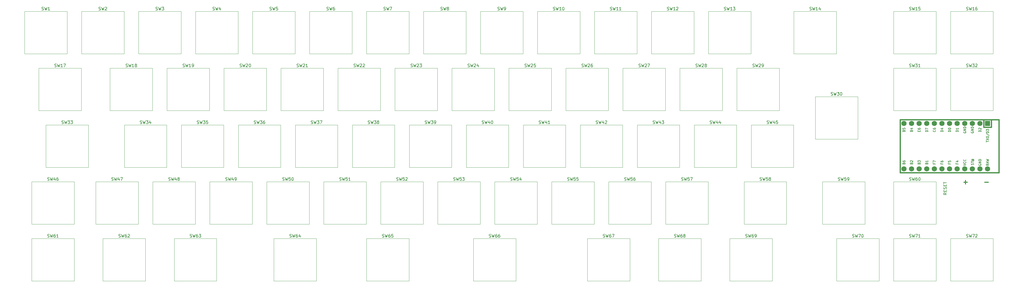
<source format=gbr>
%TF.GenerationSoftware,KiCad,Pcbnew,(6.0.2-0)*%
%TF.CreationDate,2022-03-14T13:24:27+01:00*%
%TF.ProjectId,lasercut,6c617365-7263-4757-942e-6b696361645f,rev?*%
%TF.SameCoordinates,Original*%
%TF.FileFunction,Legend,Top*%
%TF.FilePolarity,Positive*%
%FSLAX46Y46*%
G04 Gerber Fmt 4.6, Leading zero omitted, Abs format (unit mm)*
G04 Created by KiCad (PCBNEW (6.0.2-0)) date 2022-03-14 13:24:27*
%MOMM*%
%LPD*%
G01*
G04 APERTURE LIST*
%ADD10C,0.300000*%
%ADD11C,0.150000*%
%ADD12C,0.120000*%
%ADD13C,0.381000*%
%ADD14C,1.752600*%
%ADD15R,1.752600X1.752600*%
G04 APERTURE END LIST*
D10*
X341428571Y-84707142D02*
X342571428Y-84707142D01*
X342000000Y-85278571D02*
X342000000Y-84135714D01*
X348428571Y-84707142D02*
X349571428Y-84707142D01*
D11*
X335652380Y-88252380D02*
X335176190Y-88585714D01*
X335652380Y-88823809D02*
X334652380Y-88823809D01*
X334652380Y-88442857D01*
X334700000Y-88347619D01*
X334747619Y-88300000D01*
X334842857Y-88252380D01*
X334985714Y-88252380D01*
X335080952Y-88300000D01*
X335128571Y-88347619D01*
X335176190Y-88442857D01*
X335176190Y-88823809D01*
X335128571Y-87823809D02*
X335128571Y-87490476D01*
X335652380Y-87347619D02*
X335652380Y-87823809D01*
X334652380Y-87823809D01*
X334652380Y-87347619D01*
X335604761Y-86966666D02*
X335652380Y-86823809D01*
X335652380Y-86585714D01*
X335604761Y-86490476D01*
X335557142Y-86442857D01*
X335461904Y-86395238D01*
X335366666Y-86395238D01*
X335271428Y-86442857D01*
X335223809Y-86490476D01*
X335176190Y-86585714D01*
X335128571Y-86776190D01*
X335080952Y-86871428D01*
X335033333Y-86919047D01*
X334938095Y-86966666D01*
X334842857Y-86966666D01*
X334747619Y-86919047D01*
X334700000Y-86871428D01*
X334652380Y-86776190D01*
X334652380Y-86538095D01*
X334700000Y-86395238D01*
X335128571Y-85966666D02*
X335128571Y-85633333D01*
X335652380Y-85490476D02*
X335652380Y-85966666D01*
X334652380Y-85966666D01*
X334652380Y-85490476D01*
X334652380Y-85204761D02*
X334652380Y-84633333D01*
X335652380Y-84919047D02*
X334652380Y-84919047D01*
%TO.C,SW11*%
X223215476Y-26929761D02*
X223358333Y-26977380D01*
X223596428Y-26977380D01*
X223691666Y-26929761D01*
X223739285Y-26882142D01*
X223786904Y-26786904D01*
X223786904Y-26691666D01*
X223739285Y-26596428D01*
X223691666Y-26548809D01*
X223596428Y-26501190D01*
X223405952Y-26453571D01*
X223310714Y-26405952D01*
X223263095Y-26358333D01*
X223215476Y-26263095D01*
X223215476Y-26167857D01*
X223263095Y-26072619D01*
X223310714Y-26025000D01*
X223405952Y-25977380D01*
X223644047Y-25977380D01*
X223786904Y-26025000D01*
X224120238Y-25977380D02*
X224358333Y-26977380D01*
X224548809Y-26263095D01*
X224739285Y-26977380D01*
X224977380Y-25977380D01*
X225882142Y-26977380D02*
X225310714Y-26977380D01*
X225596428Y-26977380D02*
X225596428Y-25977380D01*
X225501190Y-26120238D01*
X225405952Y-26215476D01*
X225310714Y-26263095D01*
X226834523Y-26977380D02*
X226263095Y-26977380D01*
X226548809Y-26977380D02*
X226548809Y-25977380D01*
X226453571Y-26120238D01*
X226358333Y-26215476D01*
X226263095Y-26263095D01*
%TO.C,SW51*%
X132727976Y-84079761D02*
X132870833Y-84127380D01*
X133108928Y-84127380D01*
X133204166Y-84079761D01*
X133251785Y-84032142D01*
X133299404Y-83936904D01*
X133299404Y-83841666D01*
X133251785Y-83746428D01*
X133204166Y-83698809D01*
X133108928Y-83651190D01*
X132918452Y-83603571D01*
X132823214Y-83555952D01*
X132775595Y-83508333D01*
X132727976Y-83413095D01*
X132727976Y-83317857D01*
X132775595Y-83222619D01*
X132823214Y-83175000D01*
X132918452Y-83127380D01*
X133156547Y-83127380D01*
X133299404Y-83175000D01*
X133632738Y-83127380D02*
X133870833Y-84127380D01*
X134061309Y-83413095D01*
X134251785Y-84127380D01*
X134489880Y-83127380D01*
X135347023Y-83127380D02*
X134870833Y-83127380D01*
X134823214Y-83603571D01*
X134870833Y-83555952D01*
X134966071Y-83508333D01*
X135204166Y-83508333D01*
X135299404Y-83555952D01*
X135347023Y-83603571D01*
X135394642Y-83698809D01*
X135394642Y-83936904D01*
X135347023Y-84032142D01*
X135299404Y-84079761D01*
X135204166Y-84127380D01*
X134966071Y-84127380D01*
X134870833Y-84079761D01*
X134823214Y-84032142D01*
X136347023Y-84127380D02*
X135775595Y-84127380D01*
X136061309Y-84127380D02*
X136061309Y-83127380D01*
X135966071Y-83270238D01*
X135870833Y-83365476D01*
X135775595Y-83413095D01*
%TO.C,SW33*%
X39859226Y-65029761D02*
X40002083Y-65077380D01*
X40240178Y-65077380D01*
X40335416Y-65029761D01*
X40383035Y-64982142D01*
X40430654Y-64886904D01*
X40430654Y-64791666D01*
X40383035Y-64696428D01*
X40335416Y-64648809D01*
X40240178Y-64601190D01*
X40049702Y-64553571D01*
X39954464Y-64505952D01*
X39906845Y-64458333D01*
X39859226Y-64363095D01*
X39859226Y-64267857D01*
X39906845Y-64172619D01*
X39954464Y-64125000D01*
X40049702Y-64077380D01*
X40287797Y-64077380D01*
X40430654Y-64125000D01*
X40763988Y-64077380D02*
X41002083Y-65077380D01*
X41192559Y-64363095D01*
X41383035Y-65077380D01*
X41621130Y-64077380D01*
X41906845Y-64077380D02*
X42525892Y-64077380D01*
X42192559Y-64458333D01*
X42335416Y-64458333D01*
X42430654Y-64505952D01*
X42478273Y-64553571D01*
X42525892Y-64648809D01*
X42525892Y-64886904D01*
X42478273Y-64982142D01*
X42430654Y-65029761D01*
X42335416Y-65077380D01*
X42049702Y-65077380D01*
X41954464Y-65029761D01*
X41906845Y-64982142D01*
X42859226Y-64077380D02*
X43478273Y-64077380D01*
X43144940Y-64458333D01*
X43287797Y-64458333D01*
X43383035Y-64505952D01*
X43430654Y-64553571D01*
X43478273Y-64648809D01*
X43478273Y-64886904D01*
X43430654Y-64982142D01*
X43383035Y-65029761D01*
X43287797Y-65077380D01*
X43002083Y-65077380D01*
X42906845Y-65029761D01*
X42859226Y-64982142D01*
%TO.C,SW19*%
X80340476Y-45979761D02*
X80483333Y-46027380D01*
X80721428Y-46027380D01*
X80816666Y-45979761D01*
X80864285Y-45932142D01*
X80911904Y-45836904D01*
X80911904Y-45741666D01*
X80864285Y-45646428D01*
X80816666Y-45598809D01*
X80721428Y-45551190D01*
X80530952Y-45503571D01*
X80435714Y-45455952D01*
X80388095Y-45408333D01*
X80340476Y-45313095D01*
X80340476Y-45217857D01*
X80388095Y-45122619D01*
X80435714Y-45075000D01*
X80530952Y-45027380D01*
X80769047Y-45027380D01*
X80911904Y-45075000D01*
X81245238Y-45027380D02*
X81483333Y-46027380D01*
X81673809Y-45313095D01*
X81864285Y-46027380D01*
X82102380Y-45027380D01*
X83007142Y-46027380D02*
X82435714Y-46027380D01*
X82721428Y-46027380D02*
X82721428Y-45027380D01*
X82626190Y-45170238D01*
X82530952Y-45265476D01*
X82435714Y-45313095D01*
X83483333Y-46027380D02*
X83673809Y-46027380D01*
X83769047Y-45979761D01*
X83816666Y-45932142D01*
X83911904Y-45789285D01*
X83959523Y-45598809D01*
X83959523Y-45217857D01*
X83911904Y-45122619D01*
X83864285Y-45075000D01*
X83769047Y-45027380D01*
X83578571Y-45027380D01*
X83483333Y-45075000D01*
X83435714Y-45122619D01*
X83388095Y-45217857D01*
X83388095Y-45455952D01*
X83435714Y-45551190D01*
X83483333Y-45598809D01*
X83578571Y-45646428D01*
X83769047Y-45646428D01*
X83864285Y-45598809D01*
X83911904Y-45551190D01*
X83959523Y-45455952D01*
%TO.C,SW34*%
X66052976Y-65029761D02*
X66195833Y-65077380D01*
X66433928Y-65077380D01*
X66529166Y-65029761D01*
X66576785Y-64982142D01*
X66624404Y-64886904D01*
X66624404Y-64791666D01*
X66576785Y-64696428D01*
X66529166Y-64648809D01*
X66433928Y-64601190D01*
X66243452Y-64553571D01*
X66148214Y-64505952D01*
X66100595Y-64458333D01*
X66052976Y-64363095D01*
X66052976Y-64267857D01*
X66100595Y-64172619D01*
X66148214Y-64125000D01*
X66243452Y-64077380D01*
X66481547Y-64077380D01*
X66624404Y-64125000D01*
X66957738Y-64077380D02*
X67195833Y-65077380D01*
X67386309Y-64363095D01*
X67576785Y-65077380D01*
X67814880Y-64077380D01*
X68100595Y-64077380D02*
X68719642Y-64077380D01*
X68386309Y-64458333D01*
X68529166Y-64458333D01*
X68624404Y-64505952D01*
X68672023Y-64553571D01*
X68719642Y-64648809D01*
X68719642Y-64886904D01*
X68672023Y-64982142D01*
X68624404Y-65029761D01*
X68529166Y-65077380D01*
X68243452Y-65077380D01*
X68148214Y-65029761D01*
X68100595Y-64982142D01*
X69576785Y-64410714D02*
X69576785Y-65077380D01*
X69338690Y-64029761D02*
X69100595Y-64744047D01*
X69719642Y-64744047D01*
%TO.C,SW62*%
X58909226Y-103129761D02*
X59052083Y-103177380D01*
X59290178Y-103177380D01*
X59385416Y-103129761D01*
X59433035Y-103082142D01*
X59480654Y-102986904D01*
X59480654Y-102891666D01*
X59433035Y-102796428D01*
X59385416Y-102748809D01*
X59290178Y-102701190D01*
X59099702Y-102653571D01*
X59004464Y-102605952D01*
X58956845Y-102558333D01*
X58909226Y-102463095D01*
X58909226Y-102367857D01*
X58956845Y-102272619D01*
X59004464Y-102225000D01*
X59099702Y-102177380D01*
X59337797Y-102177380D01*
X59480654Y-102225000D01*
X59813988Y-102177380D02*
X60052083Y-103177380D01*
X60242559Y-102463095D01*
X60433035Y-103177380D01*
X60671130Y-102177380D01*
X61480654Y-102177380D02*
X61290178Y-102177380D01*
X61194940Y-102225000D01*
X61147321Y-102272619D01*
X61052083Y-102415476D01*
X61004464Y-102605952D01*
X61004464Y-102986904D01*
X61052083Y-103082142D01*
X61099702Y-103129761D01*
X61194940Y-103177380D01*
X61385416Y-103177380D01*
X61480654Y-103129761D01*
X61528273Y-103082142D01*
X61575892Y-102986904D01*
X61575892Y-102748809D01*
X61528273Y-102653571D01*
X61480654Y-102605952D01*
X61385416Y-102558333D01*
X61194940Y-102558333D01*
X61099702Y-102605952D01*
X61052083Y-102653571D01*
X61004464Y-102748809D01*
X61956845Y-102272619D02*
X62004464Y-102225000D01*
X62099702Y-102177380D01*
X62337797Y-102177380D01*
X62433035Y-102225000D01*
X62480654Y-102272619D01*
X62528273Y-102367857D01*
X62528273Y-102463095D01*
X62480654Y-102605952D01*
X61909226Y-103177380D01*
X62528273Y-103177380D01*
%TO.C,SW7*%
X147491666Y-26929761D02*
X147634523Y-26977380D01*
X147872619Y-26977380D01*
X147967857Y-26929761D01*
X148015476Y-26882142D01*
X148063095Y-26786904D01*
X148063095Y-26691666D01*
X148015476Y-26596428D01*
X147967857Y-26548809D01*
X147872619Y-26501190D01*
X147682142Y-26453571D01*
X147586904Y-26405952D01*
X147539285Y-26358333D01*
X147491666Y-26263095D01*
X147491666Y-26167857D01*
X147539285Y-26072619D01*
X147586904Y-26025000D01*
X147682142Y-25977380D01*
X147920238Y-25977380D01*
X148063095Y-26025000D01*
X148396428Y-25977380D02*
X148634523Y-26977380D01*
X148825000Y-26263095D01*
X149015476Y-26977380D01*
X149253571Y-25977380D01*
X149539285Y-25977380D02*
X150205952Y-25977380D01*
X149777380Y-26977380D01*
%TO.C,SW36*%
X104152976Y-65029761D02*
X104295833Y-65077380D01*
X104533928Y-65077380D01*
X104629166Y-65029761D01*
X104676785Y-64982142D01*
X104724404Y-64886904D01*
X104724404Y-64791666D01*
X104676785Y-64696428D01*
X104629166Y-64648809D01*
X104533928Y-64601190D01*
X104343452Y-64553571D01*
X104248214Y-64505952D01*
X104200595Y-64458333D01*
X104152976Y-64363095D01*
X104152976Y-64267857D01*
X104200595Y-64172619D01*
X104248214Y-64125000D01*
X104343452Y-64077380D01*
X104581547Y-64077380D01*
X104724404Y-64125000D01*
X105057738Y-64077380D02*
X105295833Y-65077380D01*
X105486309Y-64363095D01*
X105676785Y-65077380D01*
X105914880Y-64077380D01*
X106200595Y-64077380D02*
X106819642Y-64077380D01*
X106486309Y-64458333D01*
X106629166Y-64458333D01*
X106724404Y-64505952D01*
X106772023Y-64553571D01*
X106819642Y-64648809D01*
X106819642Y-64886904D01*
X106772023Y-64982142D01*
X106724404Y-65029761D01*
X106629166Y-65077380D01*
X106343452Y-65077380D01*
X106248214Y-65029761D01*
X106200595Y-64982142D01*
X107676785Y-64077380D02*
X107486309Y-64077380D01*
X107391071Y-64125000D01*
X107343452Y-64172619D01*
X107248214Y-64315476D01*
X107200595Y-64505952D01*
X107200595Y-64886904D01*
X107248214Y-64982142D01*
X107295833Y-65029761D01*
X107391071Y-65077380D01*
X107581547Y-65077380D01*
X107676785Y-65029761D01*
X107724404Y-64982142D01*
X107772023Y-64886904D01*
X107772023Y-64648809D01*
X107724404Y-64553571D01*
X107676785Y-64505952D01*
X107581547Y-64458333D01*
X107391071Y-64458333D01*
X107295833Y-64505952D01*
X107248214Y-64553571D01*
X107200595Y-64648809D01*
%TO.C,SW29*%
X270840476Y-45979761D02*
X270983333Y-46027380D01*
X271221428Y-46027380D01*
X271316666Y-45979761D01*
X271364285Y-45932142D01*
X271411904Y-45836904D01*
X271411904Y-45741666D01*
X271364285Y-45646428D01*
X271316666Y-45598809D01*
X271221428Y-45551190D01*
X271030952Y-45503571D01*
X270935714Y-45455952D01*
X270888095Y-45408333D01*
X270840476Y-45313095D01*
X270840476Y-45217857D01*
X270888095Y-45122619D01*
X270935714Y-45075000D01*
X271030952Y-45027380D01*
X271269047Y-45027380D01*
X271411904Y-45075000D01*
X271745238Y-45027380D02*
X271983333Y-46027380D01*
X272173809Y-45313095D01*
X272364285Y-46027380D01*
X272602380Y-45027380D01*
X272935714Y-45122619D02*
X272983333Y-45075000D01*
X273078571Y-45027380D01*
X273316666Y-45027380D01*
X273411904Y-45075000D01*
X273459523Y-45122619D01*
X273507142Y-45217857D01*
X273507142Y-45313095D01*
X273459523Y-45455952D01*
X272888095Y-46027380D01*
X273507142Y-46027380D01*
X273983333Y-46027380D02*
X274173809Y-46027380D01*
X274269047Y-45979761D01*
X274316666Y-45932142D01*
X274411904Y-45789285D01*
X274459523Y-45598809D01*
X274459523Y-45217857D01*
X274411904Y-45122619D01*
X274364285Y-45075000D01*
X274269047Y-45027380D01*
X274078571Y-45027380D01*
X273983333Y-45075000D01*
X273935714Y-45122619D01*
X273888095Y-45217857D01*
X273888095Y-45455952D01*
X273935714Y-45551190D01*
X273983333Y-45598809D01*
X274078571Y-45646428D01*
X274269047Y-45646428D01*
X274364285Y-45598809D01*
X274411904Y-45551190D01*
X274459523Y-45455952D01*
%TO.C,SW39*%
X161302976Y-65029761D02*
X161445833Y-65077380D01*
X161683928Y-65077380D01*
X161779166Y-65029761D01*
X161826785Y-64982142D01*
X161874404Y-64886904D01*
X161874404Y-64791666D01*
X161826785Y-64696428D01*
X161779166Y-64648809D01*
X161683928Y-64601190D01*
X161493452Y-64553571D01*
X161398214Y-64505952D01*
X161350595Y-64458333D01*
X161302976Y-64363095D01*
X161302976Y-64267857D01*
X161350595Y-64172619D01*
X161398214Y-64125000D01*
X161493452Y-64077380D01*
X161731547Y-64077380D01*
X161874404Y-64125000D01*
X162207738Y-64077380D02*
X162445833Y-65077380D01*
X162636309Y-64363095D01*
X162826785Y-65077380D01*
X163064880Y-64077380D01*
X163350595Y-64077380D02*
X163969642Y-64077380D01*
X163636309Y-64458333D01*
X163779166Y-64458333D01*
X163874404Y-64505952D01*
X163922023Y-64553571D01*
X163969642Y-64648809D01*
X163969642Y-64886904D01*
X163922023Y-64982142D01*
X163874404Y-65029761D01*
X163779166Y-65077380D01*
X163493452Y-65077380D01*
X163398214Y-65029761D01*
X163350595Y-64982142D01*
X164445833Y-65077380D02*
X164636309Y-65077380D01*
X164731547Y-65029761D01*
X164779166Y-64982142D01*
X164874404Y-64839285D01*
X164922023Y-64648809D01*
X164922023Y-64267857D01*
X164874404Y-64172619D01*
X164826785Y-64125000D01*
X164731547Y-64077380D01*
X164541071Y-64077380D01*
X164445833Y-64125000D01*
X164398214Y-64172619D01*
X164350595Y-64267857D01*
X164350595Y-64505952D01*
X164398214Y-64601190D01*
X164445833Y-64648809D01*
X164541071Y-64696428D01*
X164731547Y-64696428D01*
X164826785Y-64648809D01*
X164874404Y-64601190D01*
X164922023Y-64505952D01*
%TO.C,SW32*%
X342277976Y-45979761D02*
X342420833Y-46027380D01*
X342658928Y-46027380D01*
X342754166Y-45979761D01*
X342801785Y-45932142D01*
X342849404Y-45836904D01*
X342849404Y-45741666D01*
X342801785Y-45646428D01*
X342754166Y-45598809D01*
X342658928Y-45551190D01*
X342468452Y-45503571D01*
X342373214Y-45455952D01*
X342325595Y-45408333D01*
X342277976Y-45313095D01*
X342277976Y-45217857D01*
X342325595Y-45122619D01*
X342373214Y-45075000D01*
X342468452Y-45027380D01*
X342706547Y-45027380D01*
X342849404Y-45075000D01*
X343182738Y-45027380D02*
X343420833Y-46027380D01*
X343611309Y-45313095D01*
X343801785Y-46027380D01*
X344039880Y-45027380D01*
X344325595Y-45027380D02*
X344944642Y-45027380D01*
X344611309Y-45408333D01*
X344754166Y-45408333D01*
X344849404Y-45455952D01*
X344897023Y-45503571D01*
X344944642Y-45598809D01*
X344944642Y-45836904D01*
X344897023Y-45932142D01*
X344849404Y-45979761D01*
X344754166Y-46027380D01*
X344468452Y-46027380D01*
X344373214Y-45979761D01*
X344325595Y-45932142D01*
X345325595Y-45122619D02*
X345373214Y-45075000D01*
X345468452Y-45027380D01*
X345706547Y-45027380D01*
X345801785Y-45075000D01*
X345849404Y-45122619D01*
X345897023Y-45217857D01*
X345897023Y-45313095D01*
X345849404Y-45455952D01*
X345277976Y-46027380D01*
X345897023Y-46027380D01*
%TO.C,SW65*%
X147015476Y-103129761D02*
X147158333Y-103177380D01*
X147396428Y-103177380D01*
X147491666Y-103129761D01*
X147539285Y-103082142D01*
X147586904Y-102986904D01*
X147586904Y-102891666D01*
X147539285Y-102796428D01*
X147491666Y-102748809D01*
X147396428Y-102701190D01*
X147205952Y-102653571D01*
X147110714Y-102605952D01*
X147063095Y-102558333D01*
X147015476Y-102463095D01*
X147015476Y-102367857D01*
X147063095Y-102272619D01*
X147110714Y-102225000D01*
X147205952Y-102177380D01*
X147444047Y-102177380D01*
X147586904Y-102225000D01*
X147920238Y-102177380D02*
X148158333Y-103177380D01*
X148348809Y-102463095D01*
X148539285Y-103177380D01*
X148777380Y-102177380D01*
X149586904Y-102177380D02*
X149396428Y-102177380D01*
X149301190Y-102225000D01*
X149253571Y-102272619D01*
X149158333Y-102415476D01*
X149110714Y-102605952D01*
X149110714Y-102986904D01*
X149158333Y-103082142D01*
X149205952Y-103129761D01*
X149301190Y-103177380D01*
X149491666Y-103177380D01*
X149586904Y-103129761D01*
X149634523Y-103082142D01*
X149682142Y-102986904D01*
X149682142Y-102748809D01*
X149634523Y-102653571D01*
X149586904Y-102605952D01*
X149491666Y-102558333D01*
X149301190Y-102558333D01*
X149205952Y-102605952D01*
X149158333Y-102653571D01*
X149110714Y-102748809D01*
X150586904Y-102177380D02*
X150110714Y-102177380D01*
X150063095Y-102653571D01*
X150110714Y-102605952D01*
X150205952Y-102558333D01*
X150444047Y-102558333D01*
X150539285Y-102605952D01*
X150586904Y-102653571D01*
X150634523Y-102748809D01*
X150634523Y-102986904D01*
X150586904Y-103082142D01*
X150539285Y-103129761D01*
X150444047Y-103177380D01*
X150205952Y-103177380D01*
X150110714Y-103129761D01*
X150063095Y-103082142D01*
%TO.C,SW52*%
X151777976Y-84079761D02*
X151920833Y-84127380D01*
X152158928Y-84127380D01*
X152254166Y-84079761D01*
X152301785Y-84032142D01*
X152349404Y-83936904D01*
X152349404Y-83841666D01*
X152301785Y-83746428D01*
X152254166Y-83698809D01*
X152158928Y-83651190D01*
X151968452Y-83603571D01*
X151873214Y-83555952D01*
X151825595Y-83508333D01*
X151777976Y-83413095D01*
X151777976Y-83317857D01*
X151825595Y-83222619D01*
X151873214Y-83175000D01*
X151968452Y-83127380D01*
X152206547Y-83127380D01*
X152349404Y-83175000D01*
X152682738Y-83127380D02*
X152920833Y-84127380D01*
X153111309Y-83413095D01*
X153301785Y-84127380D01*
X153539880Y-83127380D01*
X154397023Y-83127380D02*
X153920833Y-83127380D01*
X153873214Y-83603571D01*
X153920833Y-83555952D01*
X154016071Y-83508333D01*
X154254166Y-83508333D01*
X154349404Y-83555952D01*
X154397023Y-83603571D01*
X154444642Y-83698809D01*
X154444642Y-83936904D01*
X154397023Y-84032142D01*
X154349404Y-84079761D01*
X154254166Y-84127380D01*
X154016071Y-84127380D01*
X153920833Y-84079761D01*
X153873214Y-84032142D01*
X154825595Y-83222619D02*
X154873214Y-83175000D01*
X154968452Y-83127380D01*
X155206547Y-83127380D01*
X155301785Y-83175000D01*
X155349404Y-83222619D01*
X155397023Y-83317857D01*
X155397023Y-83413095D01*
X155349404Y-83555952D01*
X154777976Y-84127380D01*
X155397023Y-84127380D01*
%TO.C,SW48*%
X75577976Y-84079761D02*
X75720833Y-84127380D01*
X75958928Y-84127380D01*
X76054166Y-84079761D01*
X76101785Y-84032142D01*
X76149404Y-83936904D01*
X76149404Y-83841666D01*
X76101785Y-83746428D01*
X76054166Y-83698809D01*
X75958928Y-83651190D01*
X75768452Y-83603571D01*
X75673214Y-83555952D01*
X75625595Y-83508333D01*
X75577976Y-83413095D01*
X75577976Y-83317857D01*
X75625595Y-83222619D01*
X75673214Y-83175000D01*
X75768452Y-83127380D01*
X76006547Y-83127380D01*
X76149404Y-83175000D01*
X76482738Y-83127380D02*
X76720833Y-84127380D01*
X76911309Y-83413095D01*
X77101785Y-84127380D01*
X77339880Y-83127380D01*
X78149404Y-83460714D02*
X78149404Y-84127380D01*
X77911309Y-83079761D02*
X77673214Y-83794047D01*
X78292261Y-83794047D01*
X78816071Y-83555952D02*
X78720833Y-83508333D01*
X78673214Y-83460714D01*
X78625595Y-83365476D01*
X78625595Y-83317857D01*
X78673214Y-83222619D01*
X78720833Y-83175000D01*
X78816071Y-83127380D01*
X79006547Y-83127380D01*
X79101785Y-83175000D01*
X79149404Y-83222619D01*
X79197023Y-83317857D01*
X79197023Y-83365476D01*
X79149404Y-83460714D01*
X79101785Y-83508333D01*
X79006547Y-83555952D01*
X78816071Y-83555952D01*
X78720833Y-83603571D01*
X78673214Y-83651190D01*
X78625595Y-83746428D01*
X78625595Y-83936904D01*
X78673214Y-84032142D01*
X78720833Y-84079761D01*
X78816071Y-84127380D01*
X79006547Y-84127380D01*
X79101785Y-84079761D01*
X79149404Y-84032142D01*
X79197023Y-83936904D01*
X79197023Y-83746428D01*
X79149404Y-83651190D01*
X79101785Y-83603571D01*
X79006547Y-83555952D01*
%TO.C,SW43*%
X237502976Y-65029761D02*
X237645833Y-65077380D01*
X237883928Y-65077380D01*
X237979166Y-65029761D01*
X238026785Y-64982142D01*
X238074404Y-64886904D01*
X238074404Y-64791666D01*
X238026785Y-64696428D01*
X237979166Y-64648809D01*
X237883928Y-64601190D01*
X237693452Y-64553571D01*
X237598214Y-64505952D01*
X237550595Y-64458333D01*
X237502976Y-64363095D01*
X237502976Y-64267857D01*
X237550595Y-64172619D01*
X237598214Y-64125000D01*
X237693452Y-64077380D01*
X237931547Y-64077380D01*
X238074404Y-64125000D01*
X238407738Y-64077380D02*
X238645833Y-65077380D01*
X238836309Y-64363095D01*
X239026785Y-65077380D01*
X239264880Y-64077380D01*
X240074404Y-64410714D02*
X240074404Y-65077380D01*
X239836309Y-64029761D02*
X239598214Y-64744047D01*
X240217261Y-64744047D01*
X240502976Y-64077380D02*
X241122023Y-64077380D01*
X240788690Y-64458333D01*
X240931547Y-64458333D01*
X241026785Y-64505952D01*
X241074404Y-64553571D01*
X241122023Y-64648809D01*
X241122023Y-64886904D01*
X241074404Y-64982142D01*
X241026785Y-65029761D01*
X240931547Y-65077380D01*
X240645833Y-65077380D01*
X240550595Y-65029761D01*
X240502976Y-64982142D01*
%TO.C,SW71*%
X323227976Y-103129761D02*
X323370833Y-103177380D01*
X323608928Y-103177380D01*
X323704166Y-103129761D01*
X323751785Y-103082142D01*
X323799404Y-102986904D01*
X323799404Y-102891666D01*
X323751785Y-102796428D01*
X323704166Y-102748809D01*
X323608928Y-102701190D01*
X323418452Y-102653571D01*
X323323214Y-102605952D01*
X323275595Y-102558333D01*
X323227976Y-102463095D01*
X323227976Y-102367857D01*
X323275595Y-102272619D01*
X323323214Y-102225000D01*
X323418452Y-102177380D01*
X323656547Y-102177380D01*
X323799404Y-102225000D01*
X324132738Y-102177380D02*
X324370833Y-103177380D01*
X324561309Y-102463095D01*
X324751785Y-103177380D01*
X324989880Y-102177380D01*
X325275595Y-102177380D02*
X325942261Y-102177380D01*
X325513690Y-103177380D01*
X326847023Y-103177380D02*
X326275595Y-103177380D01*
X326561309Y-103177380D02*
X326561309Y-102177380D01*
X326466071Y-102320238D01*
X326370833Y-102415476D01*
X326275595Y-102463095D01*
%TO.C,SW54*%
X189877976Y-84079761D02*
X190020833Y-84127380D01*
X190258928Y-84127380D01*
X190354166Y-84079761D01*
X190401785Y-84032142D01*
X190449404Y-83936904D01*
X190449404Y-83841666D01*
X190401785Y-83746428D01*
X190354166Y-83698809D01*
X190258928Y-83651190D01*
X190068452Y-83603571D01*
X189973214Y-83555952D01*
X189925595Y-83508333D01*
X189877976Y-83413095D01*
X189877976Y-83317857D01*
X189925595Y-83222619D01*
X189973214Y-83175000D01*
X190068452Y-83127380D01*
X190306547Y-83127380D01*
X190449404Y-83175000D01*
X190782738Y-83127380D02*
X191020833Y-84127380D01*
X191211309Y-83413095D01*
X191401785Y-84127380D01*
X191639880Y-83127380D01*
X192497023Y-83127380D02*
X192020833Y-83127380D01*
X191973214Y-83603571D01*
X192020833Y-83555952D01*
X192116071Y-83508333D01*
X192354166Y-83508333D01*
X192449404Y-83555952D01*
X192497023Y-83603571D01*
X192544642Y-83698809D01*
X192544642Y-83936904D01*
X192497023Y-84032142D01*
X192449404Y-84079761D01*
X192354166Y-84127380D01*
X192116071Y-84127380D01*
X192020833Y-84079761D01*
X191973214Y-84032142D01*
X193401785Y-83460714D02*
X193401785Y-84127380D01*
X193163690Y-83079761D02*
X192925595Y-83794047D01*
X193544642Y-83794047D01*
%TO.C,SW22*%
X137490476Y-45979761D02*
X137633333Y-46027380D01*
X137871428Y-46027380D01*
X137966666Y-45979761D01*
X138014285Y-45932142D01*
X138061904Y-45836904D01*
X138061904Y-45741666D01*
X138014285Y-45646428D01*
X137966666Y-45598809D01*
X137871428Y-45551190D01*
X137680952Y-45503571D01*
X137585714Y-45455952D01*
X137538095Y-45408333D01*
X137490476Y-45313095D01*
X137490476Y-45217857D01*
X137538095Y-45122619D01*
X137585714Y-45075000D01*
X137680952Y-45027380D01*
X137919047Y-45027380D01*
X138061904Y-45075000D01*
X138395238Y-45027380D02*
X138633333Y-46027380D01*
X138823809Y-45313095D01*
X139014285Y-46027380D01*
X139252380Y-45027380D01*
X139585714Y-45122619D02*
X139633333Y-45075000D01*
X139728571Y-45027380D01*
X139966666Y-45027380D01*
X140061904Y-45075000D01*
X140109523Y-45122619D01*
X140157142Y-45217857D01*
X140157142Y-45313095D01*
X140109523Y-45455952D01*
X139538095Y-46027380D01*
X140157142Y-46027380D01*
X140538095Y-45122619D02*
X140585714Y-45075000D01*
X140680952Y-45027380D01*
X140919047Y-45027380D01*
X141014285Y-45075000D01*
X141061904Y-45122619D01*
X141109523Y-45217857D01*
X141109523Y-45313095D01*
X141061904Y-45455952D01*
X140490476Y-46027380D01*
X141109523Y-46027380D01*
%TO.C,SW44*%
X256552976Y-65029761D02*
X256695833Y-65077380D01*
X256933928Y-65077380D01*
X257029166Y-65029761D01*
X257076785Y-64982142D01*
X257124404Y-64886904D01*
X257124404Y-64791666D01*
X257076785Y-64696428D01*
X257029166Y-64648809D01*
X256933928Y-64601190D01*
X256743452Y-64553571D01*
X256648214Y-64505952D01*
X256600595Y-64458333D01*
X256552976Y-64363095D01*
X256552976Y-64267857D01*
X256600595Y-64172619D01*
X256648214Y-64125000D01*
X256743452Y-64077380D01*
X256981547Y-64077380D01*
X257124404Y-64125000D01*
X257457738Y-64077380D02*
X257695833Y-65077380D01*
X257886309Y-64363095D01*
X258076785Y-65077380D01*
X258314880Y-64077380D01*
X259124404Y-64410714D02*
X259124404Y-65077380D01*
X258886309Y-64029761D02*
X258648214Y-64744047D01*
X259267261Y-64744047D01*
X260076785Y-64410714D02*
X260076785Y-65077380D01*
X259838690Y-64029761D02*
X259600595Y-64744047D01*
X260219642Y-64744047D01*
%TO.C,SW16*%
X342277976Y-26929761D02*
X342420833Y-26977380D01*
X342658928Y-26977380D01*
X342754166Y-26929761D01*
X342801785Y-26882142D01*
X342849404Y-26786904D01*
X342849404Y-26691666D01*
X342801785Y-26596428D01*
X342754166Y-26548809D01*
X342658928Y-26501190D01*
X342468452Y-26453571D01*
X342373214Y-26405952D01*
X342325595Y-26358333D01*
X342277976Y-26263095D01*
X342277976Y-26167857D01*
X342325595Y-26072619D01*
X342373214Y-26025000D01*
X342468452Y-25977380D01*
X342706547Y-25977380D01*
X342849404Y-26025000D01*
X343182738Y-25977380D02*
X343420833Y-26977380D01*
X343611309Y-26263095D01*
X343801785Y-26977380D01*
X344039880Y-25977380D01*
X344944642Y-26977380D02*
X344373214Y-26977380D01*
X344658928Y-26977380D02*
X344658928Y-25977380D01*
X344563690Y-26120238D01*
X344468452Y-26215476D01*
X344373214Y-26263095D01*
X345801785Y-25977380D02*
X345611309Y-25977380D01*
X345516071Y-26025000D01*
X345468452Y-26072619D01*
X345373214Y-26215476D01*
X345325595Y-26405952D01*
X345325595Y-26786904D01*
X345373214Y-26882142D01*
X345420833Y-26929761D01*
X345516071Y-26977380D01*
X345706547Y-26977380D01*
X345801785Y-26929761D01*
X345849404Y-26882142D01*
X345897023Y-26786904D01*
X345897023Y-26548809D01*
X345849404Y-26453571D01*
X345801785Y-26405952D01*
X345706547Y-26358333D01*
X345516071Y-26358333D01*
X345420833Y-26405952D01*
X345373214Y-26453571D01*
X345325595Y-26548809D01*
%TO.C,SW14*%
X289890476Y-26929761D02*
X290033333Y-26977380D01*
X290271428Y-26977380D01*
X290366666Y-26929761D01*
X290414285Y-26882142D01*
X290461904Y-26786904D01*
X290461904Y-26691666D01*
X290414285Y-26596428D01*
X290366666Y-26548809D01*
X290271428Y-26501190D01*
X290080952Y-26453571D01*
X289985714Y-26405952D01*
X289938095Y-26358333D01*
X289890476Y-26263095D01*
X289890476Y-26167857D01*
X289938095Y-26072619D01*
X289985714Y-26025000D01*
X290080952Y-25977380D01*
X290319047Y-25977380D01*
X290461904Y-26025000D01*
X290795238Y-25977380D02*
X291033333Y-26977380D01*
X291223809Y-26263095D01*
X291414285Y-26977380D01*
X291652380Y-25977380D01*
X292557142Y-26977380D02*
X291985714Y-26977380D01*
X292271428Y-26977380D02*
X292271428Y-25977380D01*
X292176190Y-26120238D01*
X292080952Y-26215476D01*
X291985714Y-26263095D01*
X293414285Y-26310714D02*
X293414285Y-26977380D01*
X293176190Y-25929761D02*
X292938095Y-26644047D01*
X293557142Y-26644047D01*
%TO.C,SW5*%
X109391666Y-26929761D02*
X109534523Y-26977380D01*
X109772619Y-26977380D01*
X109867857Y-26929761D01*
X109915476Y-26882142D01*
X109963095Y-26786904D01*
X109963095Y-26691666D01*
X109915476Y-26596428D01*
X109867857Y-26548809D01*
X109772619Y-26501190D01*
X109582142Y-26453571D01*
X109486904Y-26405952D01*
X109439285Y-26358333D01*
X109391666Y-26263095D01*
X109391666Y-26167857D01*
X109439285Y-26072619D01*
X109486904Y-26025000D01*
X109582142Y-25977380D01*
X109820238Y-25977380D01*
X109963095Y-26025000D01*
X110296428Y-25977380D02*
X110534523Y-26977380D01*
X110725000Y-26263095D01*
X110915476Y-26977380D01*
X111153571Y-25977380D01*
X112010714Y-25977380D02*
X111534523Y-25977380D01*
X111486904Y-26453571D01*
X111534523Y-26405952D01*
X111629761Y-26358333D01*
X111867857Y-26358333D01*
X111963095Y-26405952D01*
X112010714Y-26453571D01*
X112058333Y-26548809D01*
X112058333Y-26786904D01*
X112010714Y-26882142D01*
X111963095Y-26929761D01*
X111867857Y-26977380D01*
X111629761Y-26977380D01*
X111534523Y-26929761D01*
X111486904Y-26882142D01*
%TO.C,SW31*%
X323227976Y-45979761D02*
X323370833Y-46027380D01*
X323608928Y-46027380D01*
X323704166Y-45979761D01*
X323751785Y-45932142D01*
X323799404Y-45836904D01*
X323799404Y-45741666D01*
X323751785Y-45646428D01*
X323704166Y-45598809D01*
X323608928Y-45551190D01*
X323418452Y-45503571D01*
X323323214Y-45455952D01*
X323275595Y-45408333D01*
X323227976Y-45313095D01*
X323227976Y-45217857D01*
X323275595Y-45122619D01*
X323323214Y-45075000D01*
X323418452Y-45027380D01*
X323656547Y-45027380D01*
X323799404Y-45075000D01*
X324132738Y-45027380D02*
X324370833Y-46027380D01*
X324561309Y-45313095D01*
X324751785Y-46027380D01*
X324989880Y-45027380D01*
X325275595Y-45027380D02*
X325894642Y-45027380D01*
X325561309Y-45408333D01*
X325704166Y-45408333D01*
X325799404Y-45455952D01*
X325847023Y-45503571D01*
X325894642Y-45598809D01*
X325894642Y-45836904D01*
X325847023Y-45932142D01*
X325799404Y-45979761D01*
X325704166Y-46027380D01*
X325418452Y-46027380D01*
X325323214Y-45979761D01*
X325275595Y-45932142D01*
X326847023Y-46027380D02*
X326275595Y-46027380D01*
X326561309Y-46027380D02*
X326561309Y-45027380D01*
X326466071Y-45170238D01*
X326370833Y-45265476D01*
X326275595Y-45313095D01*
%TO.C,SW4*%
X90341666Y-26929761D02*
X90484523Y-26977380D01*
X90722619Y-26977380D01*
X90817857Y-26929761D01*
X90865476Y-26882142D01*
X90913095Y-26786904D01*
X90913095Y-26691666D01*
X90865476Y-26596428D01*
X90817857Y-26548809D01*
X90722619Y-26501190D01*
X90532142Y-26453571D01*
X90436904Y-26405952D01*
X90389285Y-26358333D01*
X90341666Y-26263095D01*
X90341666Y-26167857D01*
X90389285Y-26072619D01*
X90436904Y-26025000D01*
X90532142Y-25977380D01*
X90770238Y-25977380D01*
X90913095Y-26025000D01*
X91246428Y-25977380D02*
X91484523Y-26977380D01*
X91675000Y-26263095D01*
X91865476Y-26977380D01*
X92103571Y-25977380D01*
X92913095Y-26310714D02*
X92913095Y-26977380D01*
X92675000Y-25929761D02*
X92436904Y-26644047D01*
X93055952Y-26644047D01*
%TO.C,SW40*%
X180352976Y-65029761D02*
X180495833Y-65077380D01*
X180733928Y-65077380D01*
X180829166Y-65029761D01*
X180876785Y-64982142D01*
X180924404Y-64886904D01*
X180924404Y-64791666D01*
X180876785Y-64696428D01*
X180829166Y-64648809D01*
X180733928Y-64601190D01*
X180543452Y-64553571D01*
X180448214Y-64505952D01*
X180400595Y-64458333D01*
X180352976Y-64363095D01*
X180352976Y-64267857D01*
X180400595Y-64172619D01*
X180448214Y-64125000D01*
X180543452Y-64077380D01*
X180781547Y-64077380D01*
X180924404Y-64125000D01*
X181257738Y-64077380D02*
X181495833Y-65077380D01*
X181686309Y-64363095D01*
X181876785Y-65077380D01*
X182114880Y-64077380D01*
X182924404Y-64410714D02*
X182924404Y-65077380D01*
X182686309Y-64029761D02*
X182448214Y-64744047D01*
X183067261Y-64744047D01*
X183638690Y-64077380D02*
X183733928Y-64077380D01*
X183829166Y-64125000D01*
X183876785Y-64172619D01*
X183924404Y-64267857D01*
X183972023Y-64458333D01*
X183972023Y-64696428D01*
X183924404Y-64886904D01*
X183876785Y-64982142D01*
X183829166Y-65029761D01*
X183733928Y-65077380D01*
X183638690Y-65077380D01*
X183543452Y-65029761D01*
X183495833Y-64982142D01*
X183448214Y-64886904D01*
X183400595Y-64696428D01*
X183400595Y-64458333D01*
X183448214Y-64267857D01*
X183495833Y-64172619D01*
X183543452Y-64125000D01*
X183638690Y-64077380D01*
%TO.C,SW53*%
X170827976Y-84079761D02*
X170970833Y-84127380D01*
X171208928Y-84127380D01*
X171304166Y-84079761D01*
X171351785Y-84032142D01*
X171399404Y-83936904D01*
X171399404Y-83841666D01*
X171351785Y-83746428D01*
X171304166Y-83698809D01*
X171208928Y-83651190D01*
X171018452Y-83603571D01*
X170923214Y-83555952D01*
X170875595Y-83508333D01*
X170827976Y-83413095D01*
X170827976Y-83317857D01*
X170875595Y-83222619D01*
X170923214Y-83175000D01*
X171018452Y-83127380D01*
X171256547Y-83127380D01*
X171399404Y-83175000D01*
X171732738Y-83127380D02*
X171970833Y-84127380D01*
X172161309Y-83413095D01*
X172351785Y-84127380D01*
X172589880Y-83127380D01*
X173447023Y-83127380D02*
X172970833Y-83127380D01*
X172923214Y-83603571D01*
X172970833Y-83555952D01*
X173066071Y-83508333D01*
X173304166Y-83508333D01*
X173399404Y-83555952D01*
X173447023Y-83603571D01*
X173494642Y-83698809D01*
X173494642Y-83936904D01*
X173447023Y-84032142D01*
X173399404Y-84079761D01*
X173304166Y-84127380D01*
X173066071Y-84127380D01*
X172970833Y-84079761D01*
X172923214Y-84032142D01*
X173827976Y-83127380D02*
X174447023Y-83127380D01*
X174113690Y-83508333D01*
X174256547Y-83508333D01*
X174351785Y-83555952D01*
X174399404Y-83603571D01*
X174447023Y-83698809D01*
X174447023Y-83936904D01*
X174399404Y-84032142D01*
X174351785Y-84079761D01*
X174256547Y-84127380D01*
X173970833Y-84127380D01*
X173875595Y-84079761D01*
X173827976Y-84032142D01*
%TO.C,SW28*%
X251790476Y-45979761D02*
X251933333Y-46027380D01*
X252171428Y-46027380D01*
X252266666Y-45979761D01*
X252314285Y-45932142D01*
X252361904Y-45836904D01*
X252361904Y-45741666D01*
X252314285Y-45646428D01*
X252266666Y-45598809D01*
X252171428Y-45551190D01*
X251980952Y-45503571D01*
X251885714Y-45455952D01*
X251838095Y-45408333D01*
X251790476Y-45313095D01*
X251790476Y-45217857D01*
X251838095Y-45122619D01*
X251885714Y-45075000D01*
X251980952Y-45027380D01*
X252219047Y-45027380D01*
X252361904Y-45075000D01*
X252695238Y-45027380D02*
X252933333Y-46027380D01*
X253123809Y-45313095D01*
X253314285Y-46027380D01*
X253552380Y-45027380D01*
X253885714Y-45122619D02*
X253933333Y-45075000D01*
X254028571Y-45027380D01*
X254266666Y-45027380D01*
X254361904Y-45075000D01*
X254409523Y-45122619D01*
X254457142Y-45217857D01*
X254457142Y-45313095D01*
X254409523Y-45455952D01*
X253838095Y-46027380D01*
X254457142Y-46027380D01*
X255028571Y-45455952D02*
X254933333Y-45408333D01*
X254885714Y-45360714D01*
X254838095Y-45265476D01*
X254838095Y-45217857D01*
X254885714Y-45122619D01*
X254933333Y-45075000D01*
X255028571Y-45027380D01*
X255219047Y-45027380D01*
X255314285Y-45075000D01*
X255361904Y-45122619D01*
X255409523Y-45217857D01*
X255409523Y-45265476D01*
X255361904Y-45360714D01*
X255314285Y-45408333D01*
X255219047Y-45455952D01*
X255028571Y-45455952D01*
X254933333Y-45503571D01*
X254885714Y-45551190D01*
X254838095Y-45646428D01*
X254838095Y-45836904D01*
X254885714Y-45932142D01*
X254933333Y-45979761D01*
X255028571Y-46027380D01*
X255219047Y-46027380D01*
X255314285Y-45979761D01*
X255361904Y-45932142D01*
X255409523Y-45836904D01*
X255409523Y-45646428D01*
X255361904Y-45551190D01*
X255314285Y-45503571D01*
X255219047Y-45455952D01*
%TO.C,SW35*%
X85102976Y-65029761D02*
X85245833Y-65077380D01*
X85483928Y-65077380D01*
X85579166Y-65029761D01*
X85626785Y-64982142D01*
X85674404Y-64886904D01*
X85674404Y-64791666D01*
X85626785Y-64696428D01*
X85579166Y-64648809D01*
X85483928Y-64601190D01*
X85293452Y-64553571D01*
X85198214Y-64505952D01*
X85150595Y-64458333D01*
X85102976Y-64363095D01*
X85102976Y-64267857D01*
X85150595Y-64172619D01*
X85198214Y-64125000D01*
X85293452Y-64077380D01*
X85531547Y-64077380D01*
X85674404Y-64125000D01*
X86007738Y-64077380D02*
X86245833Y-65077380D01*
X86436309Y-64363095D01*
X86626785Y-65077380D01*
X86864880Y-64077380D01*
X87150595Y-64077380D02*
X87769642Y-64077380D01*
X87436309Y-64458333D01*
X87579166Y-64458333D01*
X87674404Y-64505952D01*
X87722023Y-64553571D01*
X87769642Y-64648809D01*
X87769642Y-64886904D01*
X87722023Y-64982142D01*
X87674404Y-65029761D01*
X87579166Y-65077380D01*
X87293452Y-65077380D01*
X87198214Y-65029761D01*
X87150595Y-64982142D01*
X88674404Y-64077380D02*
X88198214Y-64077380D01*
X88150595Y-64553571D01*
X88198214Y-64505952D01*
X88293452Y-64458333D01*
X88531547Y-64458333D01*
X88626785Y-64505952D01*
X88674404Y-64553571D01*
X88722023Y-64648809D01*
X88722023Y-64886904D01*
X88674404Y-64982142D01*
X88626785Y-65029761D01*
X88531547Y-65077380D01*
X88293452Y-65077380D01*
X88198214Y-65029761D01*
X88150595Y-64982142D01*
%TO.C,SW23*%
X156540476Y-45979761D02*
X156683333Y-46027380D01*
X156921428Y-46027380D01*
X157016666Y-45979761D01*
X157064285Y-45932142D01*
X157111904Y-45836904D01*
X157111904Y-45741666D01*
X157064285Y-45646428D01*
X157016666Y-45598809D01*
X156921428Y-45551190D01*
X156730952Y-45503571D01*
X156635714Y-45455952D01*
X156588095Y-45408333D01*
X156540476Y-45313095D01*
X156540476Y-45217857D01*
X156588095Y-45122619D01*
X156635714Y-45075000D01*
X156730952Y-45027380D01*
X156969047Y-45027380D01*
X157111904Y-45075000D01*
X157445238Y-45027380D02*
X157683333Y-46027380D01*
X157873809Y-45313095D01*
X158064285Y-46027380D01*
X158302380Y-45027380D01*
X158635714Y-45122619D02*
X158683333Y-45075000D01*
X158778571Y-45027380D01*
X159016666Y-45027380D01*
X159111904Y-45075000D01*
X159159523Y-45122619D01*
X159207142Y-45217857D01*
X159207142Y-45313095D01*
X159159523Y-45455952D01*
X158588095Y-46027380D01*
X159207142Y-46027380D01*
X159540476Y-45027380D02*
X160159523Y-45027380D01*
X159826190Y-45408333D01*
X159969047Y-45408333D01*
X160064285Y-45455952D01*
X160111904Y-45503571D01*
X160159523Y-45598809D01*
X160159523Y-45836904D01*
X160111904Y-45932142D01*
X160064285Y-45979761D01*
X159969047Y-46027380D01*
X159683333Y-46027380D01*
X159588095Y-45979761D01*
X159540476Y-45932142D01*
%TO.C,SW6*%
X128441666Y-26929761D02*
X128584523Y-26977380D01*
X128822619Y-26977380D01*
X128917857Y-26929761D01*
X128965476Y-26882142D01*
X129013095Y-26786904D01*
X129013095Y-26691666D01*
X128965476Y-26596428D01*
X128917857Y-26548809D01*
X128822619Y-26501190D01*
X128632142Y-26453571D01*
X128536904Y-26405952D01*
X128489285Y-26358333D01*
X128441666Y-26263095D01*
X128441666Y-26167857D01*
X128489285Y-26072619D01*
X128536904Y-26025000D01*
X128632142Y-25977380D01*
X128870238Y-25977380D01*
X129013095Y-26025000D01*
X129346428Y-25977380D02*
X129584523Y-26977380D01*
X129775000Y-26263095D01*
X129965476Y-26977380D01*
X130203571Y-25977380D01*
X131013095Y-25977380D02*
X130822619Y-25977380D01*
X130727380Y-26025000D01*
X130679761Y-26072619D01*
X130584523Y-26215476D01*
X130536904Y-26405952D01*
X130536904Y-26786904D01*
X130584523Y-26882142D01*
X130632142Y-26929761D01*
X130727380Y-26977380D01*
X130917857Y-26977380D01*
X131013095Y-26929761D01*
X131060714Y-26882142D01*
X131108333Y-26786904D01*
X131108333Y-26548809D01*
X131060714Y-26453571D01*
X131013095Y-26405952D01*
X130917857Y-26358333D01*
X130727380Y-26358333D01*
X130632142Y-26405952D01*
X130584523Y-26453571D01*
X130536904Y-26548809D01*
%TO.C,SW66*%
X182734226Y-103129761D02*
X182877083Y-103177380D01*
X183115178Y-103177380D01*
X183210416Y-103129761D01*
X183258035Y-103082142D01*
X183305654Y-102986904D01*
X183305654Y-102891666D01*
X183258035Y-102796428D01*
X183210416Y-102748809D01*
X183115178Y-102701190D01*
X182924702Y-102653571D01*
X182829464Y-102605952D01*
X182781845Y-102558333D01*
X182734226Y-102463095D01*
X182734226Y-102367857D01*
X182781845Y-102272619D01*
X182829464Y-102225000D01*
X182924702Y-102177380D01*
X183162797Y-102177380D01*
X183305654Y-102225000D01*
X183638988Y-102177380D02*
X183877083Y-103177380D01*
X184067559Y-102463095D01*
X184258035Y-103177380D01*
X184496130Y-102177380D01*
X185305654Y-102177380D02*
X185115178Y-102177380D01*
X185019940Y-102225000D01*
X184972321Y-102272619D01*
X184877083Y-102415476D01*
X184829464Y-102605952D01*
X184829464Y-102986904D01*
X184877083Y-103082142D01*
X184924702Y-103129761D01*
X185019940Y-103177380D01*
X185210416Y-103177380D01*
X185305654Y-103129761D01*
X185353273Y-103082142D01*
X185400892Y-102986904D01*
X185400892Y-102748809D01*
X185353273Y-102653571D01*
X185305654Y-102605952D01*
X185210416Y-102558333D01*
X185019940Y-102558333D01*
X184924702Y-102605952D01*
X184877083Y-102653571D01*
X184829464Y-102748809D01*
X186258035Y-102177380D02*
X186067559Y-102177380D01*
X185972321Y-102225000D01*
X185924702Y-102272619D01*
X185829464Y-102415476D01*
X185781845Y-102605952D01*
X185781845Y-102986904D01*
X185829464Y-103082142D01*
X185877083Y-103129761D01*
X185972321Y-103177380D01*
X186162797Y-103177380D01*
X186258035Y-103129761D01*
X186305654Y-103082142D01*
X186353273Y-102986904D01*
X186353273Y-102748809D01*
X186305654Y-102653571D01*
X186258035Y-102605952D01*
X186162797Y-102558333D01*
X185972321Y-102558333D01*
X185877083Y-102605952D01*
X185829464Y-102653571D01*
X185781845Y-102748809D01*
%TO.C,SW56*%
X227977976Y-84079761D02*
X228120833Y-84127380D01*
X228358928Y-84127380D01*
X228454166Y-84079761D01*
X228501785Y-84032142D01*
X228549404Y-83936904D01*
X228549404Y-83841666D01*
X228501785Y-83746428D01*
X228454166Y-83698809D01*
X228358928Y-83651190D01*
X228168452Y-83603571D01*
X228073214Y-83555952D01*
X228025595Y-83508333D01*
X227977976Y-83413095D01*
X227977976Y-83317857D01*
X228025595Y-83222619D01*
X228073214Y-83175000D01*
X228168452Y-83127380D01*
X228406547Y-83127380D01*
X228549404Y-83175000D01*
X228882738Y-83127380D02*
X229120833Y-84127380D01*
X229311309Y-83413095D01*
X229501785Y-84127380D01*
X229739880Y-83127380D01*
X230597023Y-83127380D02*
X230120833Y-83127380D01*
X230073214Y-83603571D01*
X230120833Y-83555952D01*
X230216071Y-83508333D01*
X230454166Y-83508333D01*
X230549404Y-83555952D01*
X230597023Y-83603571D01*
X230644642Y-83698809D01*
X230644642Y-83936904D01*
X230597023Y-84032142D01*
X230549404Y-84079761D01*
X230454166Y-84127380D01*
X230216071Y-84127380D01*
X230120833Y-84079761D01*
X230073214Y-84032142D01*
X231501785Y-83127380D02*
X231311309Y-83127380D01*
X231216071Y-83175000D01*
X231168452Y-83222619D01*
X231073214Y-83365476D01*
X231025595Y-83555952D01*
X231025595Y-83936904D01*
X231073214Y-84032142D01*
X231120833Y-84079761D01*
X231216071Y-84127380D01*
X231406547Y-84127380D01*
X231501785Y-84079761D01*
X231549404Y-84032142D01*
X231597023Y-83936904D01*
X231597023Y-83698809D01*
X231549404Y-83603571D01*
X231501785Y-83555952D01*
X231406547Y-83508333D01*
X231216071Y-83508333D01*
X231120833Y-83555952D01*
X231073214Y-83603571D01*
X231025595Y-83698809D01*
%TO.C,SW50*%
X113677976Y-84079761D02*
X113820833Y-84127380D01*
X114058928Y-84127380D01*
X114154166Y-84079761D01*
X114201785Y-84032142D01*
X114249404Y-83936904D01*
X114249404Y-83841666D01*
X114201785Y-83746428D01*
X114154166Y-83698809D01*
X114058928Y-83651190D01*
X113868452Y-83603571D01*
X113773214Y-83555952D01*
X113725595Y-83508333D01*
X113677976Y-83413095D01*
X113677976Y-83317857D01*
X113725595Y-83222619D01*
X113773214Y-83175000D01*
X113868452Y-83127380D01*
X114106547Y-83127380D01*
X114249404Y-83175000D01*
X114582738Y-83127380D02*
X114820833Y-84127380D01*
X115011309Y-83413095D01*
X115201785Y-84127380D01*
X115439880Y-83127380D01*
X116297023Y-83127380D02*
X115820833Y-83127380D01*
X115773214Y-83603571D01*
X115820833Y-83555952D01*
X115916071Y-83508333D01*
X116154166Y-83508333D01*
X116249404Y-83555952D01*
X116297023Y-83603571D01*
X116344642Y-83698809D01*
X116344642Y-83936904D01*
X116297023Y-84032142D01*
X116249404Y-84079761D01*
X116154166Y-84127380D01*
X115916071Y-84127380D01*
X115820833Y-84079761D01*
X115773214Y-84032142D01*
X116963690Y-83127380D02*
X117058928Y-83127380D01*
X117154166Y-83175000D01*
X117201785Y-83222619D01*
X117249404Y-83317857D01*
X117297023Y-83508333D01*
X117297023Y-83746428D01*
X117249404Y-83936904D01*
X117201785Y-84032142D01*
X117154166Y-84079761D01*
X117058928Y-84127380D01*
X116963690Y-84127380D01*
X116868452Y-84079761D01*
X116820833Y-84032142D01*
X116773214Y-83936904D01*
X116725595Y-83746428D01*
X116725595Y-83508333D01*
X116773214Y-83317857D01*
X116820833Y-83222619D01*
X116868452Y-83175000D01*
X116963690Y-83127380D01*
%TO.C,SW46*%
X35096726Y-84079761D02*
X35239583Y-84127380D01*
X35477678Y-84127380D01*
X35572916Y-84079761D01*
X35620535Y-84032142D01*
X35668154Y-83936904D01*
X35668154Y-83841666D01*
X35620535Y-83746428D01*
X35572916Y-83698809D01*
X35477678Y-83651190D01*
X35287202Y-83603571D01*
X35191964Y-83555952D01*
X35144345Y-83508333D01*
X35096726Y-83413095D01*
X35096726Y-83317857D01*
X35144345Y-83222619D01*
X35191964Y-83175000D01*
X35287202Y-83127380D01*
X35525297Y-83127380D01*
X35668154Y-83175000D01*
X36001488Y-83127380D02*
X36239583Y-84127380D01*
X36430059Y-83413095D01*
X36620535Y-84127380D01*
X36858630Y-83127380D01*
X37668154Y-83460714D02*
X37668154Y-84127380D01*
X37430059Y-83079761D02*
X37191964Y-83794047D01*
X37811011Y-83794047D01*
X38620535Y-83127380D02*
X38430059Y-83127380D01*
X38334821Y-83175000D01*
X38287202Y-83222619D01*
X38191964Y-83365476D01*
X38144345Y-83555952D01*
X38144345Y-83936904D01*
X38191964Y-84032142D01*
X38239583Y-84079761D01*
X38334821Y-84127380D01*
X38525297Y-84127380D01*
X38620535Y-84079761D01*
X38668154Y-84032142D01*
X38715773Y-83936904D01*
X38715773Y-83698809D01*
X38668154Y-83603571D01*
X38620535Y-83555952D01*
X38525297Y-83508333D01*
X38334821Y-83508333D01*
X38239583Y-83555952D01*
X38191964Y-83603571D01*
X38144345Y-83698809D01*
%TO.C,SW72*%
X342277976Y-103129761D02*
X342420833Y-103177380D01*
X342658928Y-103177380D01*
X342754166Y-103129761D01*
X342801785Y-103082142D01*
X342849404Y-102986904D01*
X342849404Y-102891666D01*
X342801785Y-102796428D01*
X342754166Y-102748809D01*
X342658928Y-102701190D01*
X342468452Y-102653571D01*
X342373214Y-102605952D01*
X342325595Y-102558333D01*
X342277976Y-102463095D01*
X342277976Y-102367857D01*
X342325595Y-102272619D01*
X342373214Y-102225000D01*
X342468452Y-102177380D01*
X342706547Y-102177380D01*
X342849404Y-102225000D01*
X343182738Y-102177380D02*
X343420833Y-103177380D01*
X343611309Y-102463095D01*
X343801785Y-103177380D01*
X344039880Y-102177380D01*
X344325595Y-102177380D02*
X344992261Y-102177380D01*
X344563690Y-103177380D01*
X345325595Y-102272619D02*
X345373214Y-102225000D01*
X345468452Y-102177380D01*
X345706547Y-102177380D01*
X345801785Y-102225000D01*
X345849404Y-102272619D01*
X345897023Y-102367857D01*
X345897023Y-102463095D01*
X345849404Y-102605952D01*
X345277976Y-103177380D01*
X345897023Y-103177380D01*
%TO.C,SW61*%
X35096726Y-103129761D02*
X35239583Y-103177380D01*
X35477678Y-103177380D01*
X35572916Y-103129761D01*
X35620535Y-103082142D01*
X35668154Y-102986904D01*
X35668154Y-102891666D01*
X35620535Y-102796428D01*
X35572916Y-102748809D01*
X35477678Y-102701190D01*
X35287202Y-102653571D01*
X35191964Y-102605952D01*
X35144345Y-102558333D01*
X35096726Y-102463095D01*
X35096726Y-102367857D01*
X35144345Y-102272619D01*
X35191964Y-102225000D01*
X35287202Y-102177380D01*
X35525297Y-102177380D01*
X35668154Y-102225000D01*
X36001488Y-102177380D02*
X36239583Y-103177380D01*
X36430059Y-102463095D01*
X36620535Y-103177380D01*
X36858630Y-102177380D01*
X37668154Y-102177380D02*
X37477678Y-102177380D01*
X37382440Y-102225000D01*
X37334821Y-102272619D01*
X37239583Y-102415476D01*
X37191964Y-102605952D01*
X37191964Y-102986904D01*
X37239583Y-103082142D01*
X37287202Y-103129761D01*
X37382440Y-103177380D01*
X37572916Y-103177380D01*
X37668154Y-103129761D01*
X37715773Y-103082142D01*
X37763392Y-102986904D01*
X37763392Y-102748809D01*
X37715773Y-102653571D01*
X37668154Y-102605952D01*
X37572916Y-102558333D01*
X37382440Y-102558333D01*
X37287202Y-102605952D01*
X37239583Y-102653571D01*
X37191964Y-102748809D01*
X38715773Y-103177380D02*
X38144345Y-103177380D01*
X38430059Y-103177380D02*
X38430059Y-102177380D01*
X38334821Y-102320238D01*
X38239583Y-102415476D01*
X38144345Y-102463095D01*
%TO.C,SW30*%
X297034226Y-55504761D02*
X297177083Y-55552380D01*
X297415178Y-55552380D01*
X297510416Y-55504761D01*
X297558035Y-55457142D01*
X297605654Y-55361904D01*
X297605654Y-55266666D01*
X297558035Y-55171428D01*
X297510416Y-55123809D01*
X297415178Y-55076190D01*
X297224702Y-55028571D01*
X297129464Y-54980952D01*
X297081845Y-54933333D01*
X297034226Y-54838095D01*
X297034226Y-54742857D01*
X297081845Y-54647619D01*
X297129464Y-54600000D01*
X297224702Y-54552380D01*
X297462797Y-54552380D01*
X297605654Y-54600000D01*
X297938988Y-54552380D02*
X298177083Y-55552380D01*
X298367559Y-54838095D01*
X298558035Y-55552380D01*
X298796130Y-54552380D01*
X299081845Y-54552380D02*
X299700892Y-54552380D01*
X299367559Y-54933333D01*
X299510416Y-54933333D01*
X299605654Y-54980952D01*
X299653273Y-55028571D01*
X299700892Y-55123809D01*
X299700892Y-55361904D01*
X299653273Y-55457142D01*
X299605654Y-55504761D01*
X299510416Y-55552380D01*
X299224702Y-55552380D01*
X299129464Y-55504761D01*
X299081845Y-55457142D01*
X300319940Y-54552380D02*
X300415178Y-54552380D01*
X300510416Y-54600000D01*
X300558035Y-54647619D01*
X300605654Y-54742857D01*
X300653273Y-54933333D01*
X300653273Y-55171428D01*
X300605654Y-55361904D01*
X300558035Y-55457142D01*
X300510416Y-55504761D01*
X300415178Y-55552380D01*
X300319940Y-55552380D01*
X300224702Y-55504761D01*
X300177083Y-55457142D01*
X300129464Y-55361904D01*
X300081845Y-55171428D01*
X300081845Y-54933333D01*
X300129464Y-54742857D01*
X300177083Y-54647619D01*
X300224702Y-54600000D01*
X300319940Y-54552380D01*
%TO.C,SW2*%
X52241666Y-26929761D02*
X52384523Y-26977380D01*
X52622619Y-26977380D01*
X52717857Y-26929761D01*
X52765476Y-26882142D01*
X52813095Y-26786904D01*
X52813095Y-26691666D01*
X52765476Y-26596428D01*
X52717857Y-26548809D01*
X52622619Y-26501190D01*
X52432142Y-26453571D01*
X52336904Y-26405952D01*
X52289285Y-26358333D01*
X52241666Y-26263095D01*
X52241666Y-26167857D01*
X52289285Y-26072619D01*
X52336904Y-26025000D01*
X52432142Y-25977380D01*
X52670238Y-25977380D01*
X52813095Y-26025000D01*
X53146428Y-25977380D02*
X53384523Y-26977380D01*
X53575000Y-26263095D01*
X53765476Y-26977380D01*
X54003571Y-25977380D01*
X54336904Y-26072619D02*
X54384523Y-26025000D01*
X54479761Y-25977380D01*
X54717857Y-25977380D01*
X54813095Y-26025000D01*
X54860714Y-26072619D01*
X54908333Y-26167857D01*
X54908333Y-26263095D01*
X54860714Y-26405952D01*
X54289285Y-26977380D01*
X54908333Y-26977380D01*
%TO.C,SW42*%
X218452976Y-65029761D02*
X218595833Y-65077380D01*
X218833928Y-65077380D01*
X218929166Y-65029761D01*
X218976785Y-64982142D01*
X219024404Y-64886904D01*
X219024404Y-64791666D01*
X218976785Y-64696428D01*
X218929166Y-64648809D01*
X218833928Y-64601190D01*
X218643452Y-64553571D01*
X218548214Y-64505952D01*
X218500595Y-64458333D01*
X218452976Y-64363095D01*
X218452976Y-64267857D01*
X218500595Y-64172619D01*
X218548214Y-64125000D01*
X218643452Y-64077380D01*
X218881547Y-64077380D01*
X219024404Y-64125000D01*
X219357738Y-64077380D02*
X219595833Y-65077380D01*
X219786309Y-64363095D01*
X219976785Y-65077380D01*
X220214880Y-64077380D01*
X221024404Y-64410714D02*
X221024404Y-65077380D01*
X220786309Y-64029761D02*
X220548214Y-64744047D01*
X221167261Y-64744047D01*
X221500595Y-64172619D02*
X221548214Y-64125000D01*
X221643452Y-64077380D01*
X221881547Y-64077380D01*
X221976785Y-64125000D01*
X222024404Y-64172619D01*
X222072023Y-64267857D01*
X222072023Y-64363095D01*
X222024404Y-64505952D01*
X221452976Y-65077380D01*
X222072023Y-65077380D01*
%TO.C,SW47*%
X56527976Y-84079761D02*
X56670833Y-84127380D01*
X56908928Y-84127380D01*
X57004166Y-84079761D01*
X57051785Y-84032142D01*
X57099404Y-83936904D01*
X57099404Y-83841666D01*
X57051785Y-83746428D01*
X57004166Y-83698809D01*
X56908928Y-83651190D01*
X56718452Y-83603571D01*
X56623214Y-83555952D01*
X56575595Y-83508333D01*
X56527976Y-83413095D01*
X56527976Y-83317857D01*
X56575595Y-83222619D01*
X56623214Y-83175000D01*
X56718452Y-83127380D01*
X56956547Y-83127380D01*
X57099404Y-83175000D01*
X57432738Y-83127380D02*
X57670833Y-84127380D01*
X57861309Y-83413095D01*
X58051785Y-84127380D01*
X58289880Y-83127380D01*
X59099404Y-83460714D02*
X59099404Y-84127380D01*
X58861309Y-83079761D02*
X58623214Y-83794047D01*
X59242261Y-83794047D01*
X59527976Y-83127380D02*
X60194642Y-83127380D01*
X59766071Y-84127380D01*
%TO.C,SW13*%
X261315476Y-26929761D02*
X261458333Y-26977380D01*
X261696428Y-26977380D01*
X261791666Y-26929761D01*
X261839285Y-26882142D01*
X261886904Y-26786904D01*
X261886904Y-26691666D01*
X261839285Y-26596428D01*
X261791666Y-26548809D01*
X261696428Y-26501190D01*
X261505952Y-26453571D01*
X261410714Y-26405952D01*
X261363095Y-26358333D01*
X261315476Y-26263095D01*
X261315476Y-26167857D01*
X261363095Y-26072619D01*
X261410714Y-26025000D01*
X261505952Y-25977380D01*
X261744047Y-25977380D01*
X261886904Y-26025000D01*
X262220238Y-25977380D02*
X262458333Y-26977380D01*
X262648809Y-26263095D01*
X262839285Y-26977380D01*
X263077380Y-25977380D01*
X263982142Y-26977380D02*
X263410714Y-26977380D01*
X263696428Y-26977380D02*
X263696428Y-25977380D01*
X263601190Y-26120238D01*
X263505952Y-26215476D01*
X263410714Y-26263095D01*
X264315476Y-25977380D02*
X264934523Y-25977380D01*
X264601190Y-26358333D01*
X264744047Y-26358333D01*
X264839285Y-26405952D01*
X264886904Y-26453571D01*
X264934523Y-26548809D01*
X264934523Y-26786904D01*
X264886904Y-26882142D01*
X264839285Y-26929761D01*
X264744047Y-26977380D01*
X264458333Y-26977380D01*
X264363095Y-26929761D01*
X264315476Y-26882142D01*
%TO.C,SW70*%
X304177976Y-103129761D02*
X304320833Y-103177380D01*
X304558928Y-103177380D01*
X304654166Y-103129761D01*
X304701785Y-103082142D01*
X304749404Y-102986904D01*
X304749404Y-102891666D01*
X304701785Y-102796428D01*
X304654166Y-102748809D01*
X304558928Y-102701190D01*
X304368452Y-102653571D01*
X304273214Y-102605952D01*
X304225595Y-102558333D01*
X304177976Y-102463095D01*
X304177976Y-102367857D01*
X304225595Y-102272619D01*
X304273214Y-102225000D01*
X304368452Y-102177380D01*
X304606547Y-102177380D01*
X304749404Y-102225000D01*
X305082738Y-102177380D02*
X305320833Y-103177380D01*
X305511309Y-102463095D01*
X305701785Y-103177380D01*
X305939880Y-102177380D01*
X306225595Y-102177380D02*
X306892261Y-102177380D01*
X306463690Y-103177380D01*
X307463690Y-102177380D02*
X307558928Y-102177380D01*
X307654166Y-102225000D01*
X307701785Y-102272619D01*
X307749404Y-102367857D01*
X307797023Y-102558333D01*
X307797023Y-102796428D01*
X307749404Y-102986904D01*
X307701785Y-103082142D01*
X307654166Y-103129761D01*
X307558928Y-103177380D01*
X307463690Y-103177380D01*
X307368452Y-103129761D01*
X307320833Y-103082142D01*
X307273214Y-102986904D01*
X307225595Y-102796428D01*
X307225595Y-102558333D01*
X307273214Y-102367857D01*
X307320833Y-102272619D01*
X307368452Y-102225000D01*
X307463690Y-102177380D01*
%TO.C,SW45*%
X275602976Y-65029761D02*
X275745833Y-65077380D01*
X275983928Y-65077380D01*
X276079166Y-65029761D01*
X276126785Y-64982142D01*
X276174404Y-64886904D01*
X276174404Y-64791666D01*
X276126785Y-64696428D01*
X276079166Y-64648809D01*
X275983928Y-64601190D01*
X275793452Y-64553571D01*
X275698214Y-64505952D01*
X275650595Y-64458333D01*
X275602976Y-64363095D01*
X275602976Y-64267857D01*
X275650595Y-64172619D01*
X275698214Y-64125000D01*
X275793452Y-64077380D01*
X276031547Y-64077380D01*
X276174404Y-64125000D01*
X276507738Y-64077380D02*
X276745833Y-65077380D01*
X276936309Y-64363095D01*
X277126785Y-65077380D01*
X277364880Y-64077380D01*
X278174404Y-64410714D02*
X278174404Y-65077380D01*
X277936309Y-64029761D02*
X277698214Y-64744047D01*
X278317261Y-64744047D01*
X279174404Y-64077380D02*
X278698214Y-64077380D01*
X278650595Y-64553571D01*
X278698214Y-64505952D01*
X278793452Y-64458333D01*
X279031547Y-64458333D01*
X279126785Y-64505952D01*
X279174404Y-64553571D01*
X279222023Y-64648809D01*
X279222023Y-64886904D01*
X279174404Y-64982142D01*
X279126785Y-65029761D01*
X279031547Y-65077380D01*
X278793452Y-65077380D01*
X278698214Y-65029761D01*
X278650595Y-64982142D01*
%TO.C,SW41*%
X199402976Y-65029761D02*
X199545833Y-65077380D01*
X199783928Y-65077380D01*
X199879166Y-65029761D01*
X199926785Y-64982142D01*
X199974404Y-64886904D01*
X199974404Y-64791666D01*
X199926785Y-64696428D01*
X199879166Y-64648809D01*
X199783928Y-64601190D01*
X199593452Y-64553571D01*
X199498214Y-64505952D01*
X199450595Y-64458333D01*
X199402976Y-64363095D01*
X199402976Y-64267857D01*
X199450595Y-64172619D01*
X199498214Y-64125000D01*
X199593452Y-64077380D01*
X199831547Y-64077380D01*
X199974404Y-64125000D01*
X200307738Y-64077380D02*
X200545833Y-65077380D01*
X200736309Y-64363095D01*
X200926785Y-65077380D01*
X201164880Y-64077380D01*
X201974404Y-64410714D02*
X201974404Y-65077380D01*
X201736309Y-64029761D02*
X201498214Y-64744047D01*
X202117261Y-64744047D01*
X203022023Y-65077380D02*
X202450595Y-65077380D01*
X202736309Y-65077380D02*
X202736309Y-64077380D01*
X202641071Y-64220238D01*
X202545833Y-64315476D01*
X202450595Y-64363095D01*
%TO.C,SW69*%
X268459226Y-103129761D02*
X268602083Y-103177380D01*
X268840178Y-103177380D01*
X268935416Y-103129761D01*
X268983035Y-103082142D01*
X269030654Y-102986904D01*
X269030654Y-102891666D01*
X268983035Y-102796428D01*
X268935416Y-102748809D01*
X268840178Y-102701190D01*
X268649702Y-102653571D01*
X268554464Y-102605952D01*
X268506845Y-102558333D01*
X268459226Y-102463095D01*
X268459226Y-102367857D01*
X268506845Y-102272619D01*
X268554464Y-102225000D01*
X268649702Y-102177380D01*
X268887797Y-102177380D01*
X269030654Y-102225000D01*
X269363988Y-102177380D02*
X269602083Y-103177380D01*
X269792559Y-102463095D01*
X269983035Y-103177380D01*
X270221130Y-102177380D01*
X271030654Y-102177380D02*
X270840178Y-102177380D01*
X270744940Y-102225000D01*
X270697321Y-102272619D01*
X270602083Y-102415476D01*
X270554464Y-102605952D01*
X270554464Y-102986904D01*
X270602083Y-103082142D01*
X270649702Y-103129761D01*
X270744940Y-103177380D01*
X270935416Y-103177380D01*
X271030654Y-103129761D01*
X271078273Y-103082142D01*
X271125892Y-102986904D01*
X271125892Y-102748809D01*
X271078273Y-102653571D01*
X271030654Y-102605952D01*
X270935416Y-102558333D01*
X270744940Y-102558333D01*
X270649702Y-102605952D01*
X270602083Y-102653571D01*
X270554464Y-102748809D01*
X271602083Y-103177380D02*
X271792559Y-103177380D01*
X271887797Y-103129761D01*
X271935416Y-103082142D01*
X272030654Y-102939285D01*
X272078273Y-102748809D01*
X272078273Y-102367857D01*
X272030654Y-102272619D01*
X271983035Y-102225000D01*
X271887797Y-102177380D01*
X271697321Y-102177380D01*
X271602083Y-102225000D01*
X271554464Y-102272619D01*
X271506845Y-102367857D01*
X271506845Y-102605952D01*
X271554464Y-102701190D01*
X271602083Y-102748809D01*
X271697321Y-102796428D01*
X271887797Y-102796428D01*
X271983035Y-102748809D01*
X272030654Y-102701190D01*
X272078273Y-102605952D01*
%TO.C,SW17*%
X37477976Y-45979761D02*
X37620833Y-46027380D01*
X37858928Y-46027380D01*
X37954166Y-45979761D01*
X38001785Y-45932142D01*
X38049404Y-45836904D01*
X38049404Y-45741666D01*
X38001785Y-45646428D01*
X37954166Y-45598809D01*
X37858928Y-45551190D01*
X37668452Y-45503571D01*
X37573214Y-45455952D01*
X37525595Y-45408333D01*
X37477976Y-45313095D01*
X37477976Y-45217857D01*
X37525595Y-45122619D01*
X37573214Y-45075000D01*
X37668452Y-45027380D01*
X37906547Y-45027380D01*
X38049404Y-45075000D01*
X38382738Y-45027380D02*
X38620833Y-46027380D01*
X38811309Y-45313095D01*
X39001785Y-46027380D01*
X39239880Y-45027380D01*
X40144642Y-46027380D02*
X39573214Y-46027380D01*
X39858928Y-46027380D02*
X39858928Y-45027380D01*
X39763690Y-45170238D01*
X39668452Y-45265476D01*
X39573214Y-45313095D01*
X40477976Y-45027380D02*
X41144642Y-45027380D01*
X40716071Y-46027380D01*
%TO.C,SW67*%
X220834226Y-103129761D02*
X220977083Y-103177380D01*
X221215178Y-103177380D01*
X221310416Y-103129761D01*
X221358035Y-103082142D01*
X221405654Y-102986904D01*
X221405654Y-102891666D01*
X221358035Y-102796428D01*
X221310416Y-102748809D01*
X221215178Y-102701190D01*
X221024702Y-102653571D01*
X220929464Y-102605952D01*
X220881845Y-102558333D01*
X220834226Y-102463095D01*
X220834226Y-102367857D01*
X220881845Y-102272619D01*
X220929464Y-102225000D01*
X221024702Y-102177380D01*
X221262797Y-102177380D01*
X221405654Y-102225000D01*
X221738988Y-102177380D02*
X221977083Y-103177380D01*
X222167559Y-102463095D01*
X222358035Y-103177380D01*
X222596130Y-102177380D01*
X223405654Y-102177380D02*
X223215178Y-102177380D01*
X223119940Y-102225000D01*
X223072321Y-102272619D01*
X222977083Y-102415476D01*
X222929464Y-102605952D01*
X222929464Y-102986904D01*
X222977083Y-103082142D01*
X223024702Y-103129761D01*
X223119940Y-103177380D01*
X223310416Y-103177380D01*
X223405654Y-103129761D01*
X223453273Y-103082142D01*
X223500892Y-102986904D01*
X223500892Y-102748809D01*
X223453273Y-102653571D01*
X223405654Y-102605952D01*
X223310416Y-102558333D01*
X223119940Y-102558333D01*
X223024702Y-102605952D01*
X222977083Y-102653571D01*
X222929464Y-102748809D01*
X223834226Y-102177380D02*
X224500892Y-102177380D01*
X224072321Y-103177380D01*
%TO.C,SW57*%
X247027976Y-84079761D02*
X247170833Y-84127380D01*
X247408928Y-84127380D01*
X247504166Y-84079761D01*
X247551785Y-84032142D01*
X247599404Y-83936904D01*
X247599404Y-83841666D01*
X247551785Y-83746428D01*
X247504166Y-83698809D01*
X247408928Y-83651190D01*
X247218452Y-83603571D01*
X247123214Y-83555952D01*
X247075595Y-83508333D01*
X247027976Y-83413095D01*
X247027976Y-83317857D01*
X247075595Y-83222619D01*
X247123214Y-83175000D01*
X247218452Y-83127380D01*
X247456547Y-83127380D01*
X247599404Y-83175000D01*
X247932738Y-83127380D02*
X248170833Y-84127380D01*
X248361309Y-83413095D01*
X248551785Y-84127380D01*
X248789880Y-83127380D01*
X249647023Y-83127380D02*
X249170833Y-83127380D01*
X249123214Y-83603571D01*
X249170833Y-83555952D01*
X249266071Y-83508333D01*
X249504166Y-83508333D01*
X249599404Y-83555952D01*
X249647023Y-83603571D01*
X249694642Y-83698809D01*
X249694642Y-83936904D01*
X249647023Y-84032142D01*
X249599404Y-84079761D01*
X249504166Y-84127380D01*
X249266071Y-84127380D01*
X249170833Y-84079761D01*
X249123214Y-84032142D01*
X250027976Y-83127380D02*
X250694642Y-83127380D01*
X250266071Y-84127380D01*
%TO.C,SW68*%
X244646726Y-103129761D02*
X244789583Y-103177380D01*
X245027678Y-103177380D01*
X245122916Y-103129761D01*
X245170535Y-103082142D01*
X245218154Y-102986904D01*
X245218154Y-102891666D01*
X245170535Y-102796428D01*
X245122916Y-102748809D01*
X245027678Y-102701190D01*
X244837202Y-102653571D01*
X244741964Y-102605952D01*
X244694345Y-102558333D01*
X244646726Y-102463095D01*
X244646726Y-102367857D01*
X244694345Y-102272619D01*
X244741964Y-102225000D01*
X244837202Y-102177380D01*
X245075297Y-102177380D01*
X245218154Y-102225000D01*
X245551488Y-102177380D02*
X245789583Y-103177380D01*
X245980059Y-102463095D01*
X246170535Y-103177380D01*
X246408630Y-102177380D01*
X247218154Y-102177380D02*
X247027678Y-102177380D01*
X246932440Y-102225000D01*
X246884821Y-102272619D01*
X246789583Y-102415476D01*
X246741964Y-102605952D01*
X246741964Y-102986904D01*
X246789583Y-103082142D01*
X246837202Y-103129761D01*
X246932440Y-103177380D01*
X247122916Y-103177380D01*
X247218154Y-103129761D01*
X247265773Y-103082142D01*
X247313392Y-102986904D01*
X247313392Y-102748809D01*
X247265773Y-102653571D01*
X247218154Y-102605952D01*
X247122916Y-102558333D01*
X246932440Y-102558333D01*
X246837202Y-102605952D01*
X246789583Y-102653571D01*
X246741964Y-102748809D01*
X247884821Y-102605952D02*
X247789583Y-102558333D01*
X247741964Y-102510714D01*
X247694345Y-102415476D01*
X247694345Y-102367857D01*
X247741964Y-102272619D01*
X247789583Y-102225000D01*
X247884821Y-102177380D01*
X248075297Y-102177380D01*
X248170535Y-102225000D01*
X248218154Y-102272619D01*
X248265773Y-102367857D01*
X248265773Y-102415476D01*
X248218154Y-102510714D01*
X248170535Y-102558333D01*
X248075297Y-102605952D01*
X247884821Y-102605952D01*
X247789583Y-102653571D01*
X247741964Y-102701190D01*
X247694345Y-102796428D01*
X247694345Y-102986904D01*
X247741964Y-103082142D01*
X247789583Y-103129761D01*
X247884821Y-103177380D01*
X248075297Y-103177380D01*
X248170535Y-103129761D01*
X248218154Y-103082142D01*
X248265773Y-102986904D01*
X248265773Y-102796428D01*
X248218154Y-102701190D01*
X248170535Y-102653571D01*
X248075297Y-102605952D01*
%TO.C,SW58*%
X273221726Y-84079761D02*
X273364583Y-84127380D01*
X273602678Y-84127380D01*
X273697916Y-84079761D01*
X273745535Y-84032142D01*
X273793154Y-83936904D01*
X273793154Y-83841666D01*
X273745535Y-83746428D01*
X273697916Y-83698809D01*
X273602678Y-83651190D01*
X273412202Y-83603571D01*
X273316964Y-83555952D01*
X273269345Y-83508333D01*
X273221726Y-83413095D01*
X273221726Y-83317857D01*
X273269345Y-83222619D01*
X273316964Y-83175000D01*
X273412202Y-83127380D01*
X273650297Y-83127380D01*
X273793154Y-83175000D01*
X274126488Y-83127380D02*
X274364583Y-84127380D01*
X274555059Y-83413095D01*
X274745535Y-84127380D01*
X274983630Y-83127380D01*
X275840773Y-83127380D02*
X275364583Y-83127380D01*
X275316964Y-83603571D01*
X275364583Y-83555952D01*
X275459821Y-83508333D01*
X275697916Y-83508333D01*
X275793154Y-83555952D01*
X275840773Y-83603571D01*
X275888392Y-83698809D01*
X275888392Y-83936904D01*
X275840773Y-84032142D01*
X275793154Y-84079761D01*
X275697916Y-84127380D01*
X275459821Y-84127380D01*
X275364583Y-84079761D01*
X275316964Y-84032142D01*
X276459821Y-83555952D02*
X276364583Y-83508333D01*
X276316964Y-83460714D01*
X276269345Y-83365476D01*
X276269345Y-83317857D01*
X276316964Y-83222619D01*
X276364583Y-83175000D01*
X276459821Y-83127380D01*
X276650297Y-83127380D01*
X276745535Y-83175000D01*
X276793154Y-83222619D01*
X276840773Y-83317857D01*
X276840773Y-83365476D01*
X276793154Y-83460714D01*
X276745535Y-83508333D01*
X276650297Y-83555952D01*
X276459821Y-83555952D01*
X276364583Y-83603571D01*
X276316964Y-83651190D01*
X276269345Y-83746428D01*
X276269345Y-83936904D01*
X276316964Y-84032142D01*
X276364583Y-84079761D01*
X276459821Y-84127380D01*
X276650297Y-84127380D01*
X276745535Y-84079761D01*
X276793154Y-84032142D01*
X276840773Y-83936904D01*
X276840773Y-83746428D01*
X276793154Y-83651190D01*
X276745535Y-83603571D01*
X276650297Y-83555952D01*
%TO.C,SW59*%
X299415476Y-84079761D02*
X299558333Y-84127380D01*
X299796428Y-84127380D01*
X299891666Y-84079761D01*
X299939285Y-84032142D01*
X299986904Y-83936904D01*
X299986904Y-83841666D01*
X299939285Y-83746428D01*
X299891666Y-83698809D01*
X299796428Y-83651190D01*
X299605952Y-83603571D01*
X299510714Y-83555952D01*
X299463095Y-83508333D01*
X299415476Y-83413095D01*
X299415476Y-83317857D01*
X299463095Y-83222619D01*
X299510714Y-83175000D01*
X299605952Y-83127380D01*
X299844047Y-83127380D01*
X299986904Y-83175000D01*
X300320238Y-83127380D02*
X300558333Y-84127380D01*
X300748809Y-83413095D01*
X300939285Y-84127380D01*
X301177380Y-83127380D01*
X302034523Y-83127380D02*
X301558333Y-83127380D01*
X301510714Y-83603571D01*
X301558333Y-83555952D01*
X301653571Y-83508333D01*
X301891666Y-83508333D01*
X301986904Y-83555952D01*
X302034523Y-83603571D01*
X302082142Y-83698809D01*
X302082142Y-83936904D01*
X302034523Y-84032142D01*
X301986904Y-84079761D01*
X301891666Y-84127380D01*
X301653571Y-84127380D01*
X301558333Y-84079761D01*
X301510714Y-84032142D01*
X302558333Y-84127380D02*
X302748809Y-84127380D01*
X302844047Y-84079761D01*
X302891666Y-84032142D01*
X302986904Y-83889285D01*
X303034523Y-83698809D01*
X303034523Y-83317857D01*
X302986904Y-83222619D01*
X302939285Y-83175000D01*
X302844047Y-83127380D01*
X302653571Y-83127380D01*
X302558333Y-83175000D01*
X302510714Y-83222619D01*
X302463095Y-83317857D01*
X302463095Y-83555952D01*
X302510714Y-83651190D01*
X302558333Y-83698809D01*
X302653571Y-83746428D01*
X302844047Y-83746428D01*
X302939285Y-83698809D01*
X302986904Y-83651190D01*
X303034523Y-83555952D01*
%TO.C,SW38*%
X142252976Y-65029761D02*
X142395833Y-65077380D01*
X142633928Y-65077380D01*
X142729166Y-65029761D01*
X142776785Y-64982142D01*
X142824404Y-64886904D01*
X142824404Y-64791666D01*
X142776785Y-64696428D01*
X142729166Y-64648809D01*
X142633928Y-64601190D01*
X142443452Y-64553571D01*
X142348214Y-64505952D01*
X142300595Y-64458333D01*
X142252976Y-64363095D01*
X142252976Y-64267857D01*
X142300595Y-64172619D01*
X142348214Y-64125000D01*
X142443452Y-64077380D01*
X142681547Y-64077380D01*
X142824404Y-64125000D01*
X143157738Y-64077380D02*
X143395833Y-65077380D01*
X143586309Y-64363095D01*
X143776785Y-65077380D01*
X144014880Y-64077380D01*
X144300595Y-64077380D02*
X144919642Y-64077380D01*
X144586309Y-64458333D01*
X144729166Y-64458333D01*
X144824404Y-64505952D01*
X144872023Y-64553571D01*
X144919642Y-64648809D01*
X144919642Y-64886904D01*
X144872023Y-64982142D01*
X144824404Y-65029761D01*
X144729166Y-65077380D01*
X144443452Y-65077380D01*
X144348214Y-65029761D01*
X144300595Y-64982142D01*
X145491071Y-64505952D02*
X145395833Y-64458333D01*
X145348214Y-64410714D01*
X145300595Y-64315476D01*
X145300595Y-64267857D01*
X145348214Y-64172619D01*
X145395833Y-64125000D01*
X145491071Y-64077380D01*
X145681547Y-64077380D01*
X145776785Y-64125000D01*
X145824404Y-64172619D01*
X145872023Y-64267857D01*
X145872023Y-64315476D01*
X145824404Y-64410714D01*
X145776785Y-64458333D01*
X145681547Y-64505952D01*
X145491071Y-64505952D01*
X145395833Y-64553571D01*
X145348214Y-64601190D01*
X145300595Y-64696428D01*
X145300595Y-64886904D01*
X145348214Y-64982142D01*
X145395833Y-65029761D01*
X145491071Y-65077380D01*
X145681547Y-65077380D01*
X145776785Y-65029761D01*
X145824404Y-64982142D01*
X145872023Y-64886904D01*
X145872023Y-64696428D01*
X145824404Y-64601190D01*
X145776785Y-64553571D01*
X145681547Y-64505952D01*
%TO.C,SW37*%
X123202976Y-65029761D02*
X123345833Y-65077380D01*
X123583928Y-65077380D01*
X123679166Y-65029761D01*
X123726785Y-64982142D01*
X123774404Y-64886904D01*
X123774404Y-64791666D01*
X123726785Y-64696428D01*
X123679166Y-64648809D01*
X123583928Y-64601190D01*
X123393452Y-64553571D01*
X123298214Y-64505952D01*
X123250595Y-64458333D01*
X123202976Y-64363095D01*
X123202976Y-64267857D01*
X123250595Y-64172619D01*
X123298214Y-64125000D01*
X123393452Y-64077380D01*
X123631547Y-64077380D01*
X123774404Y-64125000D01*
X124107738Y-64077380D02*
X124345833Y-65077380D01*
X124536309Y-64363095D01*
X124726785Y-65077380D01*
X124964880Y-64077380D01*
X125250595Y-64077380D02*
X125869642Y-64077380D01*
X125536309Y-64458333D01*
X125679166Y-64458333D01*
X125774404Y-64505952D01*
X125822023Y-64553571D01*
X125869642Y-64648809D01*
X125869642Y-64886904D01*
X125822023Y-64982142D01*
X125774404Y-65029761D01*
X125679166Y-65077380D01*
X125393452Y-65077380D01*
X125298214Y-65029761D01*
X125250595Y-64982142D01*
X126202976Y-64077380D02*
X126869642Y-64077380D01*
X126441071Y-65077380D01*
%TO.C,SW20*%
X99390476Y-45979761D02*
X99533333Y-46027380D01*
X99771428Y-46027380D01*
X99866666Y-45979761D01*
X99914285Y-45932142D01*
X99961904Y-45836904D01*
X99961904Y-45741666D01*
X99914285Y-45646428D01*
X99866666Y-45598809D01*
X99771428Y-45551190D01*
X99580952Y-45503571D01*
X99485714Y-45455952D01*
X99438095Y-45408333D01*
X99390476Y-45313095D01*
X99390476Y-45217857D01*
X99438095Y-45122619D01*
X99485714Y-45075000D01*
X99580952Y-45027380D01*
X99819047Y-45027380D01*
X99961904Y-45075000D01*
X100295238Y-45027380D02*
X100533333Y-46027380D01*
X100723809Y-45313095D01*
X100914285Y-46027380D01*
X101152380Y-45027380D01*
X101485714Y-45122619D02*
X101533333Y-45075000D01*
X101628571Y-45027380D01*
X101866666Y-45027380D01*
X101961904Y-45075000D01*
X102009523Y-45122619D01*
X102057142Y-45217857D01*
X102057142Y-45313095D01*
X102009523Y-45455952D01*
X101438095Y-46027380D01*
X102057142Y-46027380D01*
X102676190Y-45027380D02*
X102771428Y-45027380D01*
X102866666Y-45075000D01*
X102914285Y-45122619D01*
X102961904Y-45217857D01*
X103009523Y-45408333D01*
X103009523Y-45646428D01*
X102961904Y-45836904D01*
X102914285Y-45932142D01*
X102866666Y-45979761D01*
X102771428Y-46027380D01*
X102676190Y-46027380D01*
X102580952Y-45979761D01*
X102533333Y-45932142D01*
X102485714Y-45836904D01*
X102438095Y-45646428D01*
X102438095Y-45408333D01*
X102485714Y-45217857D01*
X102533333Y-45122619D01*
X102580952Y-45075000D01*
X102676190Y-45027380D01*
%TO.C,SW9*%
X185591666Y-26929761D02*
X185734523Y-26977380D01*
X185972619Y-26977380D01*
X186067857Y-26929761D01*
X186115476Y-26882142D01*
X186163095Y-26786904D01*
X186163095Y-26691666D01*
X186115476Y-26596428D01*
X186067857Y-26548809D01*
X185972619Y-26501190D01*
X185782142Y-26453571D01*
X185686904Y-26405952D01*
X185639285Y-26358333D01*
X185591666Y-26263095D01*
X185591666Y-26167857D01*
X185639285Y-26072619D01*
X185686904Y-26025000D01*
X185782142Y-25977380D01*
X186020238Y-25977380D01*
X186163095Y-26025000D01*
X186496428Y-25977380D02*
X186734523Y-26977380D01*
X186925000Y-26263095D01*
X187115476Y-26977380D01*
X187353571Y-25977380D01*
X187782142Y-26977380D02*
X187972619Y-26977380D01*
X188067857Y-26929761D01*
X188115476Y-26882142D01*
X188210714Y-26739285D01*
X188258333Y-26548809D01*
X188258333Y-26167857D01*
X188210714Y-26072619D01*
X188163095Y-26025000D01*
X188067857Y-25977380D01*
X187877380Y-25977380D01*
X187782142Y-26025000D01*
X187734523Y-26072619D01*
X187686904Y-26167857D01*
X187686904Y-26405952D01*
X187734523Y-26501190D01*
X187782142Y-26548809D01*
X187877380Y-26596428D01*
X188067857Y-26596428D01*
X188163095Y-26548809D01*
X188210714Y-26501190D01*
X188258333Y-26405952D01*
%TO.C,SW27*%
X232740476Y-45979761D02*
X232883333Y-46027380D01*
X233121428Y-46027380D01*
X233216666Y-45979761D01*
X233264285Y-45932142D01*
X233311904Y-45836904D01*
X233311904Y-45741666D01*
X233264285Y-45646428D01*
X233216666Y-45598809D01*
X233121428Y-45551190D01*
X232930952Y-45503571D01*
X232835714Y-45455952D01*
X232788095Y-45408333D01*
X232740476Y-45313095D01*
X232740476Y-45217857D01*
X232788095Y-45122619D01*
X232835714Y-45075000D01*
X232930952Y-45027380D01*
X233169047Y-45027380D01*
X233311904Y-45075000D01*
X233645238Y-45027380D02*
X233883333Y-46027380D01*
X234073809Y-45313095D01*
X234264285Y-46027380D01*
X234502380Y-45027380D01*
X234835714Y-45122619D02*
X234883333Y-45075000D01*
X234978571Y-45027380D01*
X235216666Y-45027380D01*
X235311904Y-45075000D01*
X235359523Y-45122619D01*
X235407142Y-45217857D01*
X235407142Y-45313095D01*
X235359523Y-45455952D01*
X234788095Y-46027380D01*
X235407142Y-46027380D01*
X235740476Y-45027380D02*
X236407142Y-45027380D01*
X235978571Y-46027380D01*
%TO.C,SW1*%
X33191666Y-26929761D02*
X33334523Y-26977380D01*
X33572619Y-26977380D01*
X33667857Y-26929761D01*
X33715476Y-26882142D01*
X33763095Y-26786904D01*
X33763095Y-26691666D01*
X33715476Y-26596428D01*
X33667857Y-26548809D01*
X33572619Y-26501190D01*
X33382142Y-26453571D01*
X33286904Y-26405952D01*
X33239285Y-26358333D01*
X33191666Y-26263095D01*
X33191666Y-26167857D01*
X33239285Y-26072619D01*
X33286904Y-26025000D01*
X33382142Y-25977380D01*
X33620238Y-25977380D01*
X33763095Y-26025000D01*
X34096428Y-25977380D02*
X34334523Y-26977380D01*
X34525000Y-26263095D01*
X34715476Y-26977380D01*
X34953571Y-25977380D01*
X35858333Y-26977380D02*
X35286904Y-26977380D01*
X35572619Y-26977380D02*
X35572619Y-25977380D01*
X35477380Y-26120238D01*
X35382142Y-26215476D01*
X35286904Y-26263095D01*
%TO.C,SW26*%
X213690476Y-45979761D02*
X213833333Y-46027380D01*
X214071428Y-46027380D01*
X214166666Y-45979761D01*
X214214285Y-45932142D01*
X214261904Y-45836904D01*
X214261904Y-45741666D01*
X214214285Y-45646428D01*
X214166666Y-45598809D01*
X214071428Y-45551190D01*
X213880952Y-45503571D01*
X213785714Y-45455952D01*
X213738095Y-45408333D01*
X213690476Y-45313095D01*
X213690476Y-45217857D01*
X213738095Y-45122619D01*
X213785714Y-45075000D01*
X213880952Y-45027380D01*
X214119047Y-45027380D01*
X214261904Y-45075000D01*
X214595238Y-45027380D02*
X214833333Y-46027380D01*
X215023809Y-45313095D01*
X215214285Y-46027380D01*
X215452380Y-45027380D01*
X215785714Y-45122619D02*
X215833333Y-45075000D01*
X215928571Y-45027380D01*
X216166666Y-45027380D01*
X216261904Y-45075000D01*
X216309523Y-45122619D01*
X216357142Y-45217857D01*
X216357142Y-45313095D01*
X216309523Y-45455952D01*
X215738095Y-46027380D01*
X216357142Y-46027380D01*
X217214285Y-45027380D02*
X217023809Y-45027380D01*
X216928571Y-45075000D01*
X216880952Y-45122619D01*
X216785714Y-45265476D01*
X216738095Y-45455952D01*
X216738095Y-45836904D01*
X216785714Y-45932142D01*
X216833333Y-45979761D01*
X216928571Y-46027380D01*
X217119047Y-46027380D01*
X217214285Y-45979761D01*
X217261904Y-45932142D01*
X217309523Y-45836904D01*
X217309523Y-45598809D01*
X217261904Y-45503571D01*
X217214285Y-45455952D01*
X217119047Y-45408333D01*
X216928571Y-45408333D01*
X216833333Y-45455952D01*
X216785714Y-45503571D01*
X216738095Y-45598809D01*
%TO.C,SW10*%
X204165476Y-26929761D02*
X204308333Y-26977380D01*
X204546428Y-26977380D01*
X204641666Y-26929761D01*
X204689285Y-26882142D01*
X204736904Y-26786904D01*
X204736904Y-26691666D01*
X204689285Y-26596428D01*
X204641666Y-26548809D01*
X204546428Y-26501190D01*
X204355952Y-26453571D01*
X204260714Y-26405952D01*
X204213095Y-26358333D01*
X204165476Y-26263095D01*
X204165476Y-26167857D01*
X204213095Y-26072619D01*
X204260714Y-26025000D01*
X204355952Y-25977380D01*
X204594047Y-25977380D01*
X204736904Y-26025000D01*
X205070238Y-25977380D02*
X205308333Y-26977380D01*
X205498809Y-26263095D01*
X205689285Y-26977380D01*
X205927380Y-25977380D01*
X206832142Y-26977380D02*
X206260714Y-26977380D01*
X206546428Y-26977380D02*
X206546428Y-25977380D01*
X206451190Y-26120238D01*
X206355952Y-26215476D01*
X206260714Y-26263095D01*
X207451190Y-25977380D02*
X207546428Y-25977380D01*
X207641666Y-26025000D01*
X207689285Y-26072619D01*
X207736904Y-26167857D01*
X207784523Y-26358333D01*
X207784523Y-26596428D01*
X207736904Y-26786904D01*
X207689285Y-26882142D01*
X207641666Y-26929761D01*
X207546428Y-26977380D01*
X207451190Y-26977380D01*
X207355952Y-26929761D01*
X207308333Y-26882142D01*
X207260714Y-26786904D01*
X207213095Y-26596428D01*
X207213095Y-26358333D01*
X207260714Y-26167857D01*
X207308333Y-26072619D01*
X207355952Y-26025000D01*
X207451190Y-25977380D01*
%TO.C,SW12*%
X242265476Y-26929761D02*
X242408333Y-26977380D01*
X242646428Y-26977380D01*
X242741666Y-26929761D01*
X242789285Y-26882142D01*
X242836904Y-26786904D01*
X242836904Y-26691666D01*
X242789285Y-26596428D01*
X242741666Y-26548809D01*
X242646428Y-26501190D01*
X242455952Y-26453571D01*
X242360714Y-26405952D01*
X242313095Y-26358333D01*
X242265476Y-26263095D01*
X242265476Y-26167857D01*
X242313095Y-26072619D01*
X242360714Y-26025000D01*
X242455952Y-25977380D01*
X242694047Y-25977380D01*
X242836904Y-26025000D01*
X243170238Y-25977380D02*
X243408333Y-26977380D01*
X243598809Y-26263095D01*
X243789285Y-26977380D01*
X244027380Y-25977380D01*
X244932142Y-26977380D02*
X244360714Y-26977380D01*
X244646428Y-26977380D02*
X244646428Y-25977380D01*
X244551190Y-26120238D01*
X244455952Y-26215476D01*
X244360714Y-26263095D01*
X245313095Y-26072619D02*
X245360714Y-26025000D01*
X245455952Y-25977380D01*
X245694047Y-25977380D01*
X245789285Y-26025000D01*
X245836904Y-26072619D01*
X245884523Y-26167857D01*
X245884523Y-26263095D01*
X245836904Y-26405952D01*
X245265476Y-26977380D01*
X245884523Y-26977380D01*
%TO.C,SW21*%
X118440476Y-45979761D02*
X118583333Y-46027380D01*
X118821428Y-46027380D01*
X118916666Y-45979761D01*
X118964285Y-45932142D01*
X119011904Y-45836904D01*
X119011904Y-45741666D01*
X118964285Y-45646428D01*
X118916666Y-45598809D01*
X118821428Y-45551190D01*
X118630952Y-45503571D01*
X118535714Y-45455952D01*
X118488095Y-45408333D01*
X118440476Y-45313095D01*
X118440476Y-45217857D01*
X118488095Y-45122619D01*
X118535714Y-45075000D01*
X118630952Y-45027380D01*
X118869047Y-45027380D01*
X119011904Y-45075000D01*
X119345238Y-45027380D02*
X119583333Y-46027380D01*
X119773809Y-45313095D01*
X119964285Y-46027380D01*
X120202380Y-45027380D01*
X120535714Y-45122619D02*
X120583333Y-45075000D01*
X120678571Y-45027380D01*
X120916666Y-45027380D01*
X121011904Y-45075000D01*
X121059523Y-45122619D01*
X121107142Y-45217857D01*
X121107142Y-45313095D01*
X121059523Y-45455952D01*
X120488095Y-46027380D01*
X121107142Y-46027380D01*
X122059523Y-46027380D02*
X121488095Y-46027380D01*
X121773809Y-46027380D02*
X121773809Y-45027380D01*
X121678571Y-45170238D01*
X121583333Y-45265476D01*
X121488095Y-45313095D01*
%TO.C,SW49*%
X94627976Y-84079761D02*
X94770833Y-84127380D01*
X95008928Y-84127380D01*
X95104166Y-84079761D01*
X95151785Y-84032142D01*
X95199404Y-83936904D01*
X95199404Y-83841666D01*
X95151785Y-83746428D01*
X95104166Y-83698809D01*
X95008928Y-83651190D01*
X94818452Y-83603571D01*
X94723214Y-83555952D01*
X94675595Y-83508333D01*
X94627976Y-83413095D01*
X94627976Y-83317857D01*
X94675595Y-83222619D01*
X94723214Y-83175000D01*
X94818452Y-83127380D01*
X95056547Y-83127380D01*
X95199404Y-83175000D01*
X95532738Y-83127380D02*
X95770833Y-84127380D01*
X95961309Y-83413095D01*
X96151785Y-84127380D01*
X96389880Y-83127380D01*
X97199404Y-83460714D02*
X97199404Y-84127380D01*
X96961309Y-83079761D02*
X96723214Y-83794047D01*
X97342261Y-83794047D01*
X97770833Y-84127380D02*
X97961309Y-84127380D01*
X98056547Y-84079761D01*
X98104166Y-84032142D01*
X98199404Y-83889285D01*
X98247023Y-83698809D01*
X98247023Y-83317857D01*
X98199404Y-83222619D01*
X98151785Y-83175000D01*
X98056547Y-83127380D01*
X97866071Y-83127380D01*
X97770833Y-83175000D01*
X97723214Y-83222619D01*
X97675595Y-83317857D01*
X97675595Y-83555952D01*
X97723214Y-83651190D01*
X97770833Y-83698809D01*
X97866071Y-83746428D01*
X98056547Y-83746428D01*
X98151785Y-83698809D01*
X98199404Y-83651190D01*
X98247023Y-83555952D01*
%TO.C,SW15*%
X323227976Y-26929761D02*
X323370833Y-26977380D01*
X323608928Y-26977380D01*
X323704166Y-26929761D01*
X323751785Y-26882142D01*
X323799404Y-26786904D01*
X323799404Y-26691666D01*
X323751785Y-26596428D01*
X323704166Y-26548809D01*
X323608928Y-26501190D01*
X323418452Y-26453571D01*
X323323214Y-26405952D01*
X323275595Y-26358333D01*
X323227976Y-26263095D01*
X323227976Y-26167857D01*
X323275595Y-26072619D01*
X323323214Y-26025000D01*
X323418452Y-25977380D01*
X323656547Y-25977380D01*
X323799404Y-26025000D01*
X324132738Y-25977380D02*
X324370833Y-26977380D01*
X324561309Y-26263095D01*
X324751785Y-26977380D01*
X324989880Y-25977380D01*
X325894642Y-26977380D02*
X325323214Y-26977380D01*
X325608928Y-26977380D02*
X325608928Y-25977380D01*
X325513690Y-26120238D01*
X325418452Y-26215476D01*
X325323214Y-26263095D01*
X326799404Y-25977380D02*
X326323214Y-25977380D01*
X326275595Y-26453571D01*
X326323214Y-26405952D01*
X326418452Y-26358333D01*
X326656547Y-26358333D01*
X326751785Y-26405952D01*
X326799404Y-26453571D01*
X326847023Y-26548809D01*
X326847023Y-26786904D01*
X326799404Y-26882142D01*
X326751785Y-26929761D01*
X326656547Y-26977380D01*
X326418452Y-26977380D01*
X326323214Y-26929761D01*
X326275595Y-26882142D01*
%TO.C,SW63*%
X82721726Y-103129761D02*
X82864583Y-103177380D01*
X83102678Y-103177380D01*
X83197916Y-103129761D01*
X83245535Y-103082142D01*
X83293154Y-102986904D01*
X83293154Y-102891666D01*
X83245535Y-102796428D01*
X83197916Y-102748809D01*
X83102678Y-102701190D01*
X82912202Y-102653571D01*
X82816964Y-102605952D01*
X82769345Y-102558333D01*
X82721726Y-102463095D01*
X82721726Y-102367857D01*
X82769345Y-102272619D01*
X82816964Y-102225000D01*
X82912202Y-102177380D01*
X83150297Y-102177380D01*
X83293154Y-102225000D01*
X83626488Y-102177380D02*
X83864583Y-103177380D01*
X84055059Y-102463095D01*
X84245535Y-103177380D01*
X84483630Y-102177380D01*
X85293154Y-102177380D02*
X85102678Y-102177380D01*
X85007440Y-102225000D01*
X84959821Y-102272619D01*
X84864583Y-102415476D01*
X84816964Y-102605952D01*
X84816964Y-102986904D01*
X84864583Y-103082142D01*
X84912202Y-103129761D01*
X85007440Y-103177380D01*
X85197916Y-103177380D01*
X85293154Y-103129761D01*
X85340773Y-103082142D01*
X85388392Y-102986904D01*
X85388392Y-102748809D01*
X85340773Y-102653571D01*
X85293154Y-102605952D01*
X85197916Y-102558333D01*
X85007440Y-102558333D01*
X84912202Y-102605952D01*
X84864583Y-102653571D01*
X84816964Y-102748809D01*
X85721726Y-102177380D02*
X86340773Y-102177380D01*
X86007440Y-102558333D01*
X86150297Y-102558333D01*
X86245535Y-102605952D01*
X86293154Y-102653571D01*
X86340773Y-102748809D01*
X86340773Y-102986904D01*
X86293154Y-103082142D01*
X86245535Y-103129761D01*
X86150297Y-103177380D01*
X85864583Y-103177380D01*
X85769345Y-103129761D01*
X85721726Y-103082142D01*
%TO.C,SW8*%
X166541666Y-26929761D02*
X166684523Y-26977380D01*
X166922619Y-26977380D01*
X167017857Y-26929761D01*
X167065476Y-26882142D01*
X167113095Y-26786904D01*
X167113095Y-26691666D01*
X167065476Y-26596428D01*
X167017857Y-26548809D01*
X166922619Y-26501190D01*
X166732142Y-26453571D01*
X166636904Y-26405952D01*
X166589285Y-26358333D01*
X166541666Y-26263095D01*
X166541666Y-26167857D01*
X166589285Y-26072619D01*
X166636904Y-26025000D01*
X166732142Y-25977380D01*
X166970238Y-25977380D01*
X167113095Y-26025000D01*
X167446428Y-25977380D02*
X167684523Y-26977380D01*
X167875000Y-26263095D01*
X168065476Y-26977380D01*
X168303571Y-25977380D01*
X168827380Y-26405952D02*
X168732142Y-26358333D01*
X168684523Y-26310714D01*
X168636904Y-26215476D01*
X168636904Y-26167857D01*
X168684523Y-26072619D01*
X168732142Y-26025000D01*
X168827380Y-25977380D01*
X169017857Y-25977380D01*
X169113095Y-26025000D01*
X169160714Y-26072619D01*
X169208333Y-26167857D01*
X169208333Y-26215476D01*
X169160714Y-26310714D01*
X169113095Y-26358333D01*
X169017857Y-26405952D01*
X168827380Y-26405952D01*
X168732142Y-26453571D01*
X168684523Y-26501190D01*
X168636904Y-26596428D01*
X168636904Y-26786904D01*
X168684523Y-26882142D01*
X168732142Y-26929761D01*
X168827380Y-26977380D01*
X169017857Y-26977380D01*
X169113095Y-26929761D01*
X169160714Y-26882142D01*
X169208333Y-26786904D01*
X169208333Y-26596428D01*
X169160714Y-26501190D01*
X169113095Y-26453571D01*
X169017857Y-26405952D01*
%TO.C,SW60*%
X323227976Y-84079761D02*
X323370833Y-84127380D01*
X323608928Y-84127380D01*
X323704166Y-84079761D01*
X323751785Y-84032142D01*
X323799404Y-83936904D01*
X323799404Y-83841666D01*
X323751785Y-83746428D01*
X323704166Y-83698809D01*
X323608928Y-83651190D01*
X323418452Y-83603571D01*
X323323214Y-83555952D01*
X323275595Y-83508333D01*
X323227976Y-83413095D01*
X323227976Y-83317857D01*
X323275595Y-83222619D01*
X323323214Y-83175000D01*
X323418452Y-83127380D01*
X323656547Y-83127380D01*
X323799404Y-83175000D01*
X324132738Y-83127380D02*
X324370833Y-84127380D01*
X324561309Y-83413095D01*
X324751785Y-84127380D01*
X324989880Y-83127380D01*
X325799404Y-83127380D02*
X325608928Y-83127380D01*
X325513690Y-83175000D01*
X325466071Y-83222619D01*
X325370833Y-83365476D01*
X325323214Y-83555952D01*
X325323214Y-83936904D01*
X325370833Y-84032142D01*
X325418452Y-84079761D01*
X325513690Y-84127380D01*
X325704166Y-84127380D01*
X325799404Y-84079761D01*
X325847023Y-84032142D01*
X325894642Y-83936904D01*
X325894642Y-83698809D01*
X325847023Y-83603571D01*
X325799404Y-83555952D01*
X325704166Y-83508333D01*
X325513690Y-83508333D01*
X325418452Y-83555952D01*
X325370833Y-83603571D01*
X325323214Y-83698809D01*
X326513690Y-83127380D02*
X326608928Y-83127380D01*
X326704166Y-83175000D01*
X326751785Y-83222619D01*
X326799404Y-83317857D01*
X326847023Y-83508333D01*
X326847023Y-83746428D01*
X326799404Y-83936904D01*
X326751785Y-84032142D01*
X326704166Y-84079761D01*
X326608928Y-84127380D01*
X326513690Y-84127380D01*
X326418452Y-84079761D01*
X326370833Y-84032142D01*
X326323214Y-83936904D01*
X326275595Y-83746428D01*
X326275595Y-83508333D01*
X326323214Y-83317857D01*
X326370833Y-83222619D01*
X326418452Y-83175000D01*
X326513690Y-83127380D01*
%TO.C,SW24*%
X175590476Y-45979761D02*
X175733333Y-46027380D01*
X175971428Y-46027380D01*
X176066666Y-45979761D01*
X176114285Y-45932142D01*
X176161904Y-45836904D01*
X176161904Y-45741666D01*
X176114285Y-45646428D01*
X176066666Y-45598809D01*
X175971428Y-45551190D01*
X175780952Y-45503571D01*
X175685714Y-45455952D01*
X175638095Y-45408333D01*
X175590476Y-45313095D01*
X175590476Y-45217857D01*
X175638095Y-45122619D01*
X175685714Y-45075000D01*
X175780952Y-45027380D01*
X176019047Y-45027380D01*
X176161904Y-45075000D01*
X176495238Y-45027380D02*
X176733333Y-46027380D01*
X176923809Y-45313095D01*
X177114285Y-46027380D01*
X177352380Y-45027380D01*
X177685714Y-45122619D02*
X177733333Y-45075000D01*
X177828571Y-45027380D01*
X178066666Y-45027380D01*
X178161904Y-45075000D01*
X178209523Y-45122619D01*
X178257142Y-45217857D01*
X178257142Y-45313095D01*
X178209523Y-45455952D01*
X177638095Y-46027380D01*
X178257142Y-46027380D01*
X179114285Y-45360714D02*
X179114285Y-46027380D01*
X178876190Y-44979761D02*
X178638095Y-45694047D01*
X179257142Y-45694047D01*
%TO.C,SW55*%
X208927976Y-84079761D02*
X209070833Y-84127380D01*
X209308928Y-84127380D01*
X209404166Y-84079761D01*
X209451785Y-84032142D01*
X209499404Y-83936904D01*
X209499404Y-83841666D01*
X209451785Y-83746428D01*
X209404166Y-83698809D01*
X209308928Y-83651190D01*
X209118452Y-83603571D01*
X209023214Y-83555952D01*
X208975595Y-83508333D01*
X208927976Y-83413095D01*
X208927976Y-83317857D01*
X208975595Y-83222619D01*
X209023214Y-83175000D01*
X209118452Y-83127380D01*
X209356547Y-83127380D01*
X209499404Y-83175000D01*
X209832738Y-83127380D02*
X210070833Y-84127380D01*
X210261309Y-83413095D01*
X210451785Y-84127380D01*
X210689880Y-83127380D01*
X211547023Y-83127380D02*
X211070833Y-83127380D01*
X211023214Y-83603571D01*
X211070833Y-83555952D01*
X211166071Y-83508333D01*
X211404166Y-83508333D01*
X211499404Y-83555952D01*
X211547023Y-83603571D01*
X211594642Y-83698809D01*
X211594642Y-83936904D01*
X211547023Y-84032142D01*
X211499404Y-84079761D01*
X211404166Y-84127380D01*
X211166071Y-84127380D01*
X211070833Y-84079761D01*
X211023214Y-84032142D01*
X212499404Y-83127380D02*
X212023214Y-83127380D01*
X211975595Y-83603571D01*
X212023214Y-83555952D01*
X212118452Y-83508333D01*
X212356547Y-83508333D01*
X212451785Y-83555952D01*
X212499404Y-83603571D01*
X212547023Y-83698809D01*
X212547023Y-83936904D01*
X212499404Y-84032142D01*
X212451785Y-84079761D01*
X212356547Y-84127380D01*
X212118452Y-84127380D01*
X212023214Y-84079761D01*
X211975595Y-84032142D01*
%TO.C,U*%
X326452857Y-78384809D02*
X326490952Y-78270523D01*
X326529047Y-78232428D01*
X326605238Y-78194333D01*
X326719523Y-78194333D01*
X326795714Y-78232428D01*
X326833809Y-78270523D01*
X326871904Y-78346714D01*
X326871904Y-78651476D01*
X326071904Y-78651476D01*
X326071904Y-78384809D01*
X326110000Y-78308619D01*
X326148095Y-78270523D01*
X326224285Y-78232428D01*
X326300476Y-78232428D01*
X326376666Y-78270523D01*
X326414761Y-78308619D01*
X326452857Y-78384809D01*
X326452857Y-78651476D01*
X326071904Y-77927666D02*
X326071904Y-77432428D01*
X326376666Y-77699095D01*
X326376666Y-77584809D01*
X326414761Y-77508619D01*
X326452857Y-77470523D01*
X326529047Y-77432428D01*
X326719523Y-77432428D01*
X326795714Y-77470523D01*
X326833809Y-77508619D01*
X326871904Y-77584809D01*
X326871904Y-77813380D01*
X326833809Y-77889571D01*
X326795714Y-77927666D01*
X334491904Y-67729476D02*
X333691904Y-67729476D01*
X333691904Y-67539000D01*
X333730000Y-67424714D01*
X333806190Y-67348523D01*
X333882380Y-67310428D01*
X334034761Y-67272333D01*
X334149047Y-67272333D01*
X334301428Y-67310428D01*
X334377619Y-67348523D01*
X334453809Y-67424714D01*
X334491904Y-67539000D01*
X334491904Y-67729476D01*
X333958571Y-66586619D02*
X334491904Y-66586619D01*
X333653809Y-66777095D02*
X334225238Y-66967571D01*
X334225238Y-66472333D01*
X346430000Y-78670523D02*
X346391904Y-78746714D01*
X346391904Y-78861000D01*
X346430000Y-78975285D01*
X346506190Y-79051476D01*
X346582380Y-79089571D01*
X346734761Y-79127666D01*
X346849047Y-79127666D01*
X347001428Y-79089571D01*
X347077619Y-79051476D01*
X347153809Y-78975285D01*
X347191904Y-78861000D01*
X347191904Y-78784809D01*
X347153809Y-78670523D01*
X347115714Y-78632428D01*
X346849047Y-78632428D01*
X346849047Y-78784809D01*
X347191904Y-78289571D02*
X346391904Y-78289571D01*
X347191904Y-77832428D01*
X346391904Y-77832428D01*
X347191904Y-77451476D02*
X346391904Y-77451476D01*
X346391904Y-77261000D01*
X346430000Y-77146714D01*
X346506190Y-77070523D01*
X346582380Y-77032428D01*
X346734761Y-76994333D01*
X346849047Y-76994333D01*
X347001428Y-77032428D01*
X347077619Y-77070523D01*
X347153809Y-77146714D01*
X347191904Y-77261000D01*
X347191904Y-77451476D01*
X326452857Y-67691380D02*
X326452857Y-67424714D01*
X326871904Y-67310428D02*
X326871904Y-67691380D01*
X326071904Y-67691380D01*
X326071904Y-67310428D01*
X326071904Y-66624714D02*
X326071904Y-66777095D01*
X326110000Y-66853285D01*
X326148095Y-66891380D01*
X326262380Y-66967571D01*
X326414761Y-67005666D01*
X326719523Y-67005666D01*
X326795714Y-66967571D01*
X326833809Y-66929476D01*
X326871904Y-66853285D01*
X326871904Y-66700904D01*
X326833809Y-66624714D01*
X326795714Y-66586619D01*
X326719523Y-66548523D01*
X326529047Y-66548523D01*
X326452857Y-66586619D01*
X326414761Y-66624714D01*
X326376666Y-66700904D01*
X326376666Y-66853285D01*
X326414761Y-66929476D01*
X326452857Y-66967571D01*
X326529047Y-67005666D01*
X334072857Y-78327666D02*
X334072857Y-78594333D01*
X334491904Y-78594333D02*
X333691904Y-78594333D01*
X333691904Y-78213380D01*
X333691904Y-77565761D02*
X333691904Y-77718142D01*
X333730000Y-77794333D01*
X333768095Y-77832428D01*
X333882380Y-77908619D01*
X334034761Y-77946714D01*
X334339523Y-77946714D01*
X334415714Y-77908619D01*
X334453809Y-77870523D01*
X334491904Y-77794333D01*
X334491904Y-77641952D01*
X334453809Y-77565761D01*
X334415714Y-77527666D01*
X334339523Y-77489571D01*
X334149047Y-77489571D01*
X334072857Y-77527666D01*
X334034761Y-77565761D01*
X333996666Y-77641952D01*
X333996666Y-77794333D01*
X334034761Y-77870523D01*
X334072857Y-77908619D01*
X334149047Y-77946714D01*
X331875714Y-67272333D02*
X331913809Y-67310428D01*
X331951904Y-67424714D01*
X331951904Y-67500904D01*
X331913809Y-67615190D01*
X331837619Y-67691380D01*
X331761428Y-67729476D01*
X331609047Y-67767571D01*
X331494761Y-67767571D01*
X331342380Y-67729476D01*
X331266190Y-67691380D01*
X331190000Y-67615190D01*
X331151904Y-67500904D01*
X331151904Y-67424714D01*
X331190000Y-67310428D01*
X331228095Y-67272333D01*
X331151904Y-66586619D02*
X331151904Y-66739000D01*
X331190000Y-66815190D01*
X331228095Y-66853285D01*
X331342380Y-66929476D01*
X331494761Y-66967571D01*
X331799523Y-66967571D01*
X331875714Y-66929476D01*
X331913809Y-66891380D01*
X331951904Y-66815190D01*
X331951904Y-66662809D01*
X331913809Y-66586619D01*
X331875714Y-66548523D01*
X331799523Y-66510428D01*
X331609047Y-66510428D01*
X331532857Y-66548523D01*
X331494761Y-66586619D01*
X331456666Y-66662809D01*
X331456666Y-66815190D01*
X331494761Y-66891380D01*
X331532857Y-66929476D01*
X331609047Y-66967571D01*
X341311904Y-79127666D02*
X342111904Y-78861000D01*
X341311904Y-78594333D01*
X342035714Y-77870523D02*
X342073809Y-77908619D01*
X342111904Y-78022904D01*
X342111904Y-78099095D01*
X342073809Y-78213380D01*
X341997619Y-78289571D01*
X341921428Y-78327666D01*
X341769047Y-78365761D01*
X341654761Y-78365761D01*
X341502380Y-78327666D01*
X341426190Y-78289571D01*
X341350000Y-78213380D01*
X341311904Y-78099095D01*
X341311904Y-78022904D01*
X341350000Y-77908619D01*
X341388095Y-77870523D01*
X342035714Y-77070523D02*
X342073809Y-77108619D01*
X342111904Y-77222904D01*
X342111904Y-77299095D01*
X342073809Y-77413380D01*
X341997619Y-77489571D01*
X341921428Y-77527666D01*
X341769047Y-77565761D01*
X341654761Y-77565761D01*
X341502380Y-77527666D01*
X341426190Y-77489571D01*
X341350000Y-77413380D01*
X341311904Y-77299095D01*
X341311904Y-77222904D01*
X341350000Y-77108619D01*
X341388095Y-77070523D01*
X331532857Y-78327666D02*
X331532857Y-78594333D01*
X331951904Y-78594333D02*
X331151904Y-78594333D01*
X331151904Y-78213380D01*
X331151904Y-77984809D02*
X331151904Y-77451476D01*
X331951904Y-77794333D01*
X339152857Y-78327666D02*
X339152857Y-78594333D01*
X339571904Y-78594333D02*
X338771904Y-78594333D01*
X338771904Y-78213380D01*
X339038571Y-77565761D02*
X339571904Y-77565761D01*
X338733809Y-77756238D02*
X339305238Y-77946714D01*
X339305238Y-77451476D01*
X344643809Y-78866453D02*
X344681904Y-78752167D01*
X344681904Y-78561691D01*
X344643809Y-78485500D01*
X344605714Y-78447405D01*
X344529523Y-78409310D01*
X344453333Y-78409310D01*
X344377142Y-78447405D01*
X344339047Y-78485500D01*
X344300952Y-78561691D01*
X344262857Y-78714072D01*
X344224761Y-78790262D01*
X344186666Y-78828358D01*
X344110476Y-78866453D01*
X344034285Y-78866453D01*
X343958095Y-78828358D01*
X343920000Y-78790262D01*
X343881904Y-78714072D01*
X343881904Y-78523596D01*
X343920000Y-78409310D01*
X343881904Y-78180739D02*
X343881904Y-77723596D01*
X344681904Y-77952167D02*
X343881904Y-77952167D01*
X348931904Y-71218604D02*
X348931904Y-70761461D01*
X349731904Y-70990032D02*
X348931904Y-70990032D01*
X348931904Y-70570985D02*
X349731904Y-70037651D01*
X348931904Y-70037651D02*
X349731904Y-70570985D01*
X348931904Y-69580508D02*
X348931904Y-69504318D01*
X348970000Y-69428128D01*
X349008095Y-69390032D01*
X349084285Y-69351937D01*
X349236666Y-69313842D01*
X349427142Y-69313842D01*
X349579523Y-69351937D01*
X349655714Y-69390032D01*
X349693809Y-69428128D01*
X349731904Y-69504318D01*
X349731904Y-69580508D01*
X349693809Y-69656699D01*
X349655714Y-69694794D01*
X349579523Y-69732889D01*
X349427142Y-69770985D01*
X349236666Y-69770985D01*
X349084285Y-69732889D01*
X349008095Y-69694794D01*
X348970000Y-69656699D01*
X348931904Y-69580508D01*
X348893809Y-68399556D02*
X349922380Y-69085270D01*
X349731904Y-68132889D02*
X348931904Y-68132889D01*
X348931904Y-67942413D01*
X348970000Y-67828128D01*
X349046190Y-67751937D01*
X349122380Y-67713842D01*
X349274761Y-67675747D01*
X349389047Y-67675747D01*
X349541428Y-67713842D01*
X349617619Y-67751937D01*
X349693809Y-67828128D01*
X349731904Y-67942413D01*
X349731904Y-68132889D01*
X348931904Y-67409080D02*
X348931904Y-66913842D01*
X349236666Y-67180508D01*
X349236666Y-67066223D01*
X349274761Y-66990032D01*
X349312857Y-66951937D01*
X349389047Y-66913842D01*
X349579523Y-66913842D01*
X349655714Y-66951937D01*
X349693809Y-66990032D01*
X349731904Y-67066223D01*
X349731904Y-67294794D01*
X349693809Y-67370985D01*
X349655714Y-67409080D01*
X337031904Y-67729476D02*
X336231904Y-67729476D01*
X336231904Y-67539000D01*
X336270000Y-67424714D01*
X336346190Y-67348523D01*
X336422380Y-67310428D01*
X336574761Y-67272333D01*
X336689047Y-67272333D01*
X336841428Y-67310428D01*
X336917619Y-67348523D01*
X336993809Y-67424714D01*
X337031904Y-67539000D01*
X337031904Y-67729476D01*
X336231904Y-66777095D02*
X336231904Y-66700904D01*
X336270000Y-66624714D01*
X336308095Y-66586619D01*
X336384285Y-66548523D01*
X336536666Y-66510428D01*
X336727142Y-66510428D01*
X336879523Y-66548523D01*
X336955714Y-66586619D01*
X336993809Y-66624714D01*
X337031904Y-66700904D01*
X337031904Y-66777095D01*
X336993809Y-66853285D01*
X336955714Y-66891380D01*
X336879523Y-66929476D01*
X336727142Y-66967571D01*
X336536666Y-66967571D01*
X336384285Y-66929476D01*
X336308095Y-66891380D01*
X336270000Y-66853285D01*
X336231904Y-66777095D01*
X328992857Y-78384809D02*
X329030952Y-78270523D01*
X329069047Y-78232428D01*
X329145238Y-78194333D01*
X329259523Y-78194333D01*
X329335714Y-78232428D01*
X329373809Y-78270523D01*
X329411904Y-78346714D01*
X329411904Y-78651476D01*
X328611904Y-78651476D01*
X328611904Y-78384809D01*
X328650000Y-78308619D01*
X328688095Y-78270523D01*
X328764285Y-78232428D01*
X328840476Y-78232428D01*
X328916666Y-78270523D01*
X328954761Y-78308619D01*
X328992857Y-78384809D01*
X328992857Y-78651476D01*
X329411904Y-77432428D02*
X329411904Y-77889571D01*
X329411904Y-77661000D02*
X328611904Y-77661000D01*
X328726190Y-77737190D01*
X328802380Y-77813380D01*
X328840476Y-77889571D01*
X349731904Y-78613380D02*
X349350952Y-78880047D01*
X349731904Y-79070523D02*
X348931904Y-79070523D01*
X348931904Y-78765761D01*
X348970000Y-78689571D01*
X349008095Y-78651476D01*
X349084285Y-78613380D01*
X349198571Y-78613380D01*
X349274761Y-78651476D01*
X349312857Y-78689571D01*
X349350952Y-78765761D01*
X349350952Y-79070523D01*
X349503333Y-78308619D02*
X349503333Y-77927666D01*
X349731904Y-78384809D02*
X348931904Y-78118142D01*
X349731904Y-77851476D01*
X348931904Y-77661000D02*
X349731904Y-77470523D01*
X349160476Y-77318142D01*
X349731904Y-77165761D01*
X348931904Y-76975285D01*
X321372857Y-78384809D02*
X321410952Y-78270523D01*
X321449047Y-78232428D01*
X321525238Y-78194333D01*
X321639523Y-78194333D01*
X321715714Y-78232428D01*
X321753809Y-78270523D01*
X321791904Y-78346714D01*
X321791904Y-78651476D01*
X320991904Y-78651476D01*
X320991904Y-78384809D01*
X321030000Y-78308619D01*
X321068095Y-78270523D01*
X321144285Y-78232428D01*
X321220476Y-78232428D01*
X321296666Y-78270523D01*
X321334761Y-78308619D01*
X321372857Y-78384809D01*
X321372857Y-78651476D01*
X320991904Y-77508619D02*
X320991904Y-77661000D01*
X321030000Y-77737190D01*
X321068095Y-77775285D01*
X321182380Y-77851476D01*
X321334761Y-77889571D01*
X321639523Y-77889571D01*
X321715714Y-77851476D01*
X321753809Y-77813380D01*
X321791904Y-77737190D01*
X321791904Y-77584809D01*
X321753809Y-77508619D01*
X321715714Y-77470523D01*
X321639523Y-77432428D01*
X321449047Y-77432428D01*
X321372857Y-77470523D01*
X321334761Y-77508619D01*
X321296666Y-77584809D01*
X321296666Y-77737190D01*
X321334761Y-77813380D01*
X321372857Y-77851476D01*
X321449047Y-77889571D01*
X347191904Y-67729476D02*
X346391904Y-67729476D01*
X346391904Y-67539000D01*
X346430000Y-67424714D01*
X346506190Y-67348523D01*
X346582380Y-67310428D01*
X346734761Y-67272333D01*
X346849047Y-67272333D01*
X347001428Y-67310428D01*
X347077619Y-67348523D01*
X347153809Y-67424714D01*
X347191904Y-67539000D01*
X347191904Y-67729476D01*
X346468095Y-66967571D02*
X346430000Y-66929476D01*
X346391904Y-66853285D01*
X346391904Y-66662809D01*
X346430000Y-66586619D01*
X346468095Y-66548523D01*
X346544285Y-66510428D01*
X346620476Y-66510428D01*
X346734761Y-66548523D01*
X347191904Y-67005666D01*
X347191904Y-66510428D01*
X339571904Y-67729476D02*
X338771904Y-67729476D01*
X338771904Y-67539000D01*
X338810000Y-67424714D01*
X338886190Y-67348523D01*
X338962380Y-67310428D01*
X339114761Y-67272333D01*
X339229047Y-67272333D01*
X339381428Y-67310428D01*
X339457619Y-67348523D01*
X339533809Y-67424714D01*
X339571904Y-67539000D01*
X339571904Y-67729476D01*
X339571904Y-66510428D02*
X339571904Y-66967571D01*
X339571904Y-66739000D02*
X338771904Y-66739000D01*
X338886190Y-66815190D01*
X338962380Y-66891380D01*
X339000476Y-66967571D01*
X343890000Y-67748523D02*
X343851904Y-67824714D01*
X343851904Y-67939000D01*
X343890000Y-68053285D01*
X343966190Y-68129476D01*
X344042380Y-68167571D01*
X344194761Y-68205666D01*
X344309047Y-68205666D01*
X344461428Y-68167571D01*
X344537619Y-68129476D01*
X344613809Y-68053285D01*
X344651904Y-67939000D01*
X344651904Y-67862809D01*
X344613809Y-67748523D01*
X344575714Y-67710428D01*
X344309047Y-67710428D01*
X344309047Y-67862809D01*
X344651904Y-67367571D02*
X343851904Y-67367571D01*
X344651904Y-66910428D01*
X343851904Y-66910428D01*
X344651904Y-66529476D02*
X343851904Y-66529476D01*
X343851904Y-66339000D01*
X343890000Y-66224714D01*
X343966190Y-66148523D01*
X344042380Y-66110428D01*
X344194761Y-66072333D01*
X344309047Y-66072333D01*
X344461428Y-66110428D01*
X344537619Y-66148523D01*
X344613809Y-66224714D01*
X344651904Y-66339000D01*
X344651904Y-66529476D01*
X323912857Y-78384809D02*
X323950952Y-78270523D01*
X323989047Y-78232428D01*
X324065238Y-78194333D01*
X324179523Y-78194333D01*
X324255714Y-78232428D01*
X324293809Y-78270523D01*
X324331904Y-78346714D01*
X324331904Y-78651476D01*
X323531904Y-78651476D01*
X323531904Y-78384809D01*
X323570000Y-78308619D01*
X323608095Y-78270523D01*
X323684285Y-78232428D01*
X323760476Y-78232428D01*
X323836666Y-78270523D01*
X323874761Y-78308619D01*
X323912857Y-78384809D01*
X323912857Y-78651476D01*
X323608095Y-77889571D02*
X323570000Y-77851476D01*
X323531904Y-77775285D01*
X323531904Y-77584809D01*
X323570000Y-77508619D01*
X323608095Y-77470523D01*
X323684285Y-77432428D01*
X323760476Y-77432428D01*
X323874761Y-77470523D01*
X324331904Y-77927666D01*
X324331904Y-77432428D01*
X341350000Y-67748523D02*
X341311904Y-67824714D01*
X341311904Y-67939000D01*
X341350000Y-68053285D01*
X341426190Y-68129476D01*
X341502380Y-68167571D01*
X341654761Y-68205666D01*
X341769047Y-68205666D01*
X341921428Y-68167571D01*
X341997619Y-68129476D01*
X342073809Y-68053285D01*
X342111904Y-67939000D01*
X342111904Y-67862809D01*
X342073809Y-67748523D01*
X342035714Y-67710428D01*
X341769047Y-67710428D01*
X341769047Y-67862809D01*
X342111904Y-67367571D02*
X341311904Y-67367571D01*
X342111904Y-66910428D01*
X341311904Y-66910428D01*
X342111904Y-66529476D02*
X341311904Y-66529476D01*
X341311904Y-66339000D01*
X341350000Y-66224714D01*
X341426190Y-66148523D01*
X341502380Y-66110428D01*
X341654761Y-66072333D01*
X341769047Y-66072333D01*
X341921428Y-66110428D01*
X341997619Y-66148523D01*
X342073809Y-66224714D01*
X342111904Y-66339000D01*
X342111904Y-66529476D01*
X336612857Y-78327666D02*
X336612857Y-78594333D01*
X337031904Y-78594333D02*
X336231904Y-78594333D01*
X336231904Y-78213380D01*
X336231904Y-77527666D02*
X336231904Y-77908619D01*
X336612857Y-77946714D01*
X336574761Y-77908619D01*
X336536666Y-77832428D01*
X336536666Y-77641952D01*
X336574761Y-77565761D01*
X336612857Y-77527666D01*
X336689047Y-77489571D01*
X336879523Y-77489571D01*
X336955714Y-77527666D01*
X336993809Y-77565761D01*
X337031904Y-77641952D01*
X337031904Y-77832428D01*
X336993809Y-77908619D01*
X336955714Y-77946714D01*
X329411904Y-67729476D02*
X328611904Y-67729476D01*
X328611904Y-67539000D01*
X328650000Y-67424714D01*
X328726190Y-67348523D01*
X328802380Y-67310428D01*
X328954761Y-67272333D01*
X329069047Y-67272333D01*
X329221428Y-67310428D01*
X329297619Y-67348523D01*
X329373809Y-67424714D01*
X329411904Y-67539000D01*
X329411904Y-67729476D01*
X328611904Y-67005666D02*
X328611904Y-66472333D01*
X329411904Y-66815190D01*
X321372857Y-67462809D02*
X321410952Y-67348523D01*
X321449047Y-67310428D01*
X321525238Y-67272333D01*
X321639523Y-67272333D01*
X321715714Y-67310428D01*
X321753809Y-67348523D01*
X321791904Y-67424714D01*
X321791904Y-67729476D01*
X320991904Y-67729476D01*
X320991904Y-67462809D01*
X321030000Y-67386619D01*
X321068095Y-67348523D01*
X321144285Y-67310428D01*
X321220476Y-67310428D01*
X321296666Y-67348523D01*
X321334761Y-67386619D01*
X321372857Y-67462809D01*
X321372857Y-67729476D01*
X320991904Y-66548523D02*
X320991904Y-66929476D01*
X321372857Y-66967571D01*
X321334761Y-66929476D01*
X321296666Y-66853285D01*
X321296666Y-66662809D01*
X321334761Y-66586619D01*
X321372857Y-66548523D01*
X321449047Y-66510428D01*
X321639523Y-66510428D01*
X321715714Y-66548523D01*
X321753809Y-66586619D01*
X321791904Y-66662809D01*
X321791904Y-66853285D01*
X321753809Y-66929476D01*
X321715714Y-66967571D01*
X323912857Y-67462809D02*
X323950952Y-67348523D01*
X323989047Y-67310428D01*
X324065238Y-67272333D01*
X324179523Y-67272333D01*
X324255714Y-67310428D01*
X324293809Y-67348523D01*
X324331904Y-67424714D01*
X324331904Y-67729476D01*
X323531904Y-67729476D01*
X323531904Y-67462809D01*
X323570000Y-67386619D01*
X323608095Y-67348523D01*
X323684285Y-67310428D01*
X323760476Y-67310428D01*
X323836666Y-67348523D01*
X323874761Y-67386619D01*
X323912857Y-67462809D01*
X323912857Y-67729476D01*
X323798571Y-66586619D02*
X324331904Y-66586619D01*
X323493809Y-66777095D02*
X324065238Y-66967571D01*
X324065238Y-66472333D01*
%TO.C,SW64*%
X116059226Y-103129761D02*
X116202083Y-103177380D01*
X116440178Y-103177380D01*
X116535416Y-103129761D01*
X116583035Y-103082142D01*
X116630654Y-102986904D01*
X116630654Y-102891666D01*
X116583035Y-102796428D01*
X116535416Y-102748809D01*
X116440178Y-102701190D01*
X116249702Y-102653571D01*
X116154464Y-102605952D01*
X116106845Y-102558333D01*
X116059226Y-102463095D01*
X116059226Y-102367857D01*
X116106845Y-102272619D01*
X116154464Y-102225000D01*
X116249702Y-102177380D01*
X116487797Y-102177380D01*
X116630654Y-102225000D01*
X116963988Y-102177380D02*
X117202083Y-103177380D01*
X117392559Y-102463095D01*
X117583035Y-103177380D01*
X117821130Y-102177380D01*
X118630654Y-102177380D02*
X118440178Y-102177380D01*
X118344940Y-102225000D01*
X118297321Y-102272619D01*
X118202083Y-102415476D01*
X118154464Y-102605952D01*
X118154464Y-102986904D01*
X118202083Y-103082142D01*
X118249702Y-103129761D01*
X118344940Y-103177380D01*
X118535416Y-103177380D01*
X118630654Y-103129761D01*
X118678273Y-103082142D01*
X118725892Y-102986904D01*
X118725892Y-102748809D01*
X118678273Y-102653571D01*
X118630654Y-102605952D01*
X118535416Y-102558333D01*
X118344940Y-102558333D01*
X118249702Y-102605952D01*
X118202083Y-102653571D01*
X118154464Y-102748809D01*
X119583035Y-102510714D02*
X119583035Y-103177380D01*
X119344940Y-102129761D02*
X119106845Y-102844047D01*
X119725892Y-102844047D01*
%TO.C,SW25*%
X194640476Y-45979761D02*
X194783333Y-46027380D01*
X195021428Y-46027380D01*
X195116666Y-45979761D01*
X195164285Y-45932142D01*
X195211904Y-45836904D01*
X195211904Y-45741666D01*
X195164285Y-45646428D01*
X195116666Y-45598809D01*
X195021428Y-45551190D01*
X194830952Y-45503571D01*
X194735714Y-45455952D01*
X194688095Y-45408333D01*
X194640476Y-45313095D01*
X194640476Y-45217857D01*
X194688095Y-45122619D01*
X194735714Y-45075000D01*
X194830952Y-45027380D01*
X195069047Y-45027380D01*
X195211904Y-45075000D01*
X195545238Y-45027380D02*
X195783333Y-46027380D01*
X195973809Y-45313095D01*
X196164285Y-46027380D01*
X196402380Y-45027380D01*
X196735714Y-45122619D02*
X196783333Y-45075000D01*
X196878571Y-45027380D01*
X197116666Y-45027380D01*
X197211904Y-45075000D01*
X197259523Y-45122619D01*
X197307142Y-45217857D01*
X197307142Y-45313095D01*
X197259523Y-45455952D01*
X196688095Y-46027380D01*
X197307142Y-46027380D01*
X198211904Y-45027380D02*
X197735714Y-45027380D01*
X197688095Y-45503571D01*
X197735714Y-45455952D01*
X197830952Y-45408333D01*
X198069047Y-45408333D01*
X198164285Y-45455952D01*
X198211904Y-45503571D01*
X198259523Y-45598809D01*
X198259523Y-45836904D01*
X198211904Y-45932142D01*
X198164285Y-45979761D01*
X198069047Y-46027380D01*
X197830952Y-46027380D01*
X197735714Y-45979761D01*
X197688095Y-45932142D01*
%TO.C,SW18*%
X61290476Y-45979761D02*
X61433333Y-46027380D01*
X61671428Y-46027380D01*
X61766666Y-45979761D01*
X61814285Y-45932142D01*
X61861904Y-45836904D01*
X61861904Y-45741666D01*
X61814285Y-45646428D01*
X61766666Y-45598809D01*
X61671428Y-45551190D01*
X61480952Y-45503571D01*
X61385714Y-45455952D01*
X61338095Y-45408333D01*
X61290476Y-45313095D01*
X61290476Y-45217857D01*
X61338095Y-45122619D01*
X61385714Y-45075000D01*
X61480952Y-45027380D01*
X61719047Y-45027380D01*
X61861904Y-45075000D01*
X62195238Y-45027380D02*
X62433333Y-46027380D01*
X62623809Y-45313095D01*
X62814285Y-46027380D01*
X63052380Y-45027380D01*
X63957142Y-46027380D02*
X63385714Y-46027380D01*
X63671428Y-46027380D02*
X63671428Y-45027380D01*
X63576190Y-45170238D01*
X63480952Y-45265476D01*
X63385714Y-45313095D01*
X64528571Y-45455952D02*
X64433333Y-45408333D01*
X64385714Y-45360714D01*
X64338095Y-45265476D01*
X64338095Y-45217857D01*
X64385714Y-45122619D01*
X64433333Y-45075000D01*
X64528571Y-45027380D01*
X64719047Y-45027380D01*
X64814285Y-45075000D01*
X64861904Y-45122619D01*
X64909523Y-45217857D01*
X64909523Y-45265476D01*
X64861904Y-45360714D01*
X64814285Y-45408333D01*
X64719047Y-45455952D01*
X64528571Y-45455952D01*
X64433333Y-45503571D01*
X64385714Y-45551190D01*
X64338095Y-45646428D01*
X64338095Y-45836904D01*
X64385714Y-45932142D01*
X64433333Y-45979761D01*
X64528571Y-46027380D01*
X64719047Y-46027380D01*
X64814285Y-45979761D01*
X64861904Y-45932142D01*
X64909523Y-45836904D01*
X64909523Y-45646428D01*
X64861904Y-45551190D01*
X64814285Y-45503571D01*
X64719047Y-45455952D01*
%TO.C,SW3*%
X71291666Y-26929761D02*
X71434523Y-26977380D01*
X71672619Y-26977380D01*
X71767857Y-26929761D01*
X71815476Y-26882142D01*
X71863095Y-26786904D01*
X71863095Y-26691666D01*
X71815476Y-26596428D01*
X71767857Y-26548809D01*
X71672619Y-26501190D01*
X71482142Y-26453571D01*
X71386904Y-26405952D01*
X71339285Y-26358333D01*
X71291666Y-26263095D01*
X71291666Y-26167857D01*
X71339285Y-26072619D01*
X71386904Y-26025000D01*
X71482142Y-25977380D01*
X71720238Y-25977380D01*
X71863095Y-26025000D01*
X72196428Y-25977380D02*
X72434523Y-26977380D01*
X72625000Y-26263095D01*
X72815476Y-26977380D01*
X73053571Y-25977380D01*
X73339285Y-25977380D02*
X73958333Y-25977380D01*
X73625000Y-26358333D01*
X73767857Y-26358333D01*
X73863095Y-26405952D01*
X73910714Y-26453571D01*
X73958333Y-26548809D01*
X73958333Y-26786904D01*
X73910714Y-26882142D01*
X73863095Y-26929761D01*
X73767857Y-26977380D01*
X73482142Y-26977380D01*
X73386904Y-26929761D01*
X73339285Y-26882142D01*
D12*
%TO.C,SW11*%
X232125000Y-27425000D02*
X217925000Y-27425000D01*
X217925000Y-41625000D02*
X232125000Y-41625000D01*
X232125000Y-41625000D02*
X232125000Y-27425000D01*
X217925000Y-27425000D02*
X217925000Y-41625000D01*
%TO.C,SW51*%
X127437500Y-98775000D02*
X141637500Y-98775000D01*
X141637500Y-84575000D02*
X127437500Y-84575000D01*
X127437500Y-84575000D02*
X127437500Y-98775000D01*
X141637500Y-98775000D02*
X141637500Y-84575000D01*
%TO.C,SW33*%
X34568750Y-79725000D02*
X48768750Y-79725000D01*
X48768750Y-79725000D02*
X48768750Y-65525000D01*
X48768750Y-65525000D02*
X34568750Y-65525000D01*
X34568750Y-65525000D02*
X34568750Y-79725000D01*
%TO.C,SW19*%
X89250000Y-46475000D02*
X75050000Y-46475000D01*
X89250000Y-60675000D02*
X89250000Y-46475000D01*
X75050000Y-46475000D02*
X75050000Y-60675000D01*
X75050000Y-60675000D02*
X89250000Y-60675000D01*
%TO.C,SW34*%
X74962500Y-65525000D02*
X60762500Y-65525000D01*
X74962500Y-79725000D02*
X74962500Y-65525000D01*
X60762500Y-65525000D02*
X60762500Y-79725000D01*
X60762500Y-79725000D02*
X74962500Y-79725000D01*
%TO.C,SW62*%
X67818750Y-117825000D02*
X67818750Y-103625000D01*
X53618750Y-117825000D02*
X67818750Y-117825000D01*
X53618750Y-103625000D02*
X53618750Y-117825000D01*
X67818750Y-103625000D02*
X53618750Y-103625000D01*
%TO.C,SW7*%
X155925000Y-27425000D02*
X141725000Y-27425000D01*
X155925000Y-41625000D02*
X155925000Y-27425000D01*
X141725000Y-27425000D02*
X141725000Y-41625000D01*
X141725000Y-41625000D02*
X155925000Y-41625000D01*
%TO.C,SW36*%
X98862500Y-65525000D02*
X98862500Y-79725000D01*
X98862500Y-79725000D02*
X113062500Y-79725000D01*
X113062500Y-79725000D02*
X113062500Y-65525000D01*
X113062500Y-65525000D02*
X98862500Y-65525000D01*
%TO.C,SW29*%
X265550000Y-60675000D02*
X279750000Y-60675000D01*
X279750000Y-60675000D02*
X279750000Y-46475000D01*
X265550000Y-46475000D02*
X265550000Y-60675000D01*
X279750000Y-46475000D02*
X265550000Y-46475000D01*
%TO.C,SW39*%
X170212500Y-65525000D02*
X156012500Y-65525000D01*
X156012500Y-65525000D02*
X156012500Y-79725000D01*
X170212500Y-79725000D02*
X170212500Y-65525000D01*
X156012500Y-79725000D02*
X170212500Y-79725000D01*
%TO.C,SW32*%
X336987500Y-60675000D02*
X351187500Y-60675000D01*
X351187500Y-60675000D02*
X351187500Y-46475000D01*
X351187500Y-46475000D02*
X336987500Y-46475000D01*
X336987500Y-46475000D02*
X336987500Y-60675000D01*
%TO.C,SW65*%
X141725000Y-117825000D02*
X155925000Y-117825000D01*
X155925000Y-117825000D02*
X155925000Y-103625000D01*
X155925000Y-103625000D02*
X141725000Y-103625000D01*
X141725000Y-103625000D02*
X141725000Y-117825000D01*
%TO.C,SW52*%
X160687500Y-98775000D02*
X160687500Y-84575000D01*
X160687500Y-84575000D02*
X146487500Y-84575000D01*
X146487500Y-84575000D02*
X146487500Y-98775000D01*
X146487500Y-98775000D02*
X160687500Y-98775000D01*
%TO.C,SW48*%
X84487500Y-98775000D02*
X84487500Y-84575000D01*
X70287500Y-98775000D02*
X84487500Y-98775000D01*
X84487500Y-84575000D02*
X70287500Y-84575000D01*
X70287500Y-84575000D02*
X70287500Y-98775000D01*
%TO.C,SW43*%
X232212500Y-79725000D02*
X246412500Y-79725000D01*
X246412500Y-65525000D02*
X232212500Y-65525000D01*
X246412500Y-79725000D02*
X246412500Y-65525000D01*
X232212500Y-65525000D02*
X232212500Y-79725000D01*
%TO.C,SW71*%
X317937500Y-103625000D02*
X317937500Y-117825000D01*
X317937500Y-117825000D02*
X332137500Y-117825000D01*
X332137500Y-117825000D02*
X332137500Y-103625000D01*
X332137500Y-103625000D02*
X317937500Y-103625000D01*
%TO.C,SW54*%
X184587500Y-84575000D02*
X184587500Y-98775000D01*
X198787500Y-98775000D02*
X198787500Y-84575000D01*
X198787500Y-84575000D02*
X184587500Y-84575000D01*
X184587500Y-98775000D02*
X198787500Y-98775000D01*
%TO.C,SW22*%
X146400000Y-46475000D02*
X132200000Y-46475000D01*
X132200000Y-60675000D02*
X146400000Y-60675000D01*
X146400000Y-60675000D02*
X146400000Y-46475000D01*
X132200000Y-46475000D02*
X132200000Y-60675000D01*
%TO.C,SW44*%
X251262500Y-65525000D02*
X251262500Y-79725000D01*
X265462500Y-79725000D02*
X265462500Y-65525000D01*
X265462500Y-65525000D02*
X251262500Y-65525000D01*
X251262500Y-79725000D02*
X265462500Y-79725000D01*
%TO.C,SW16*%
X351187500Y-41625000D02*
X351187500Y-27425000D01*
X351187500Y-27425000D02*
X336987500Y-27425000D01*
X336987500Y-41625000D02*
X351187500Y-41625000D01*
X336987500Y-27425000D02*
X336987500Y-41625000D01*
%TO.C,SW14*%
X284600000Y-27425000D02*
X284600000Y-41625000D01*
X298800000Y-41625000D02*
X298800000Y-27425000D01*
X284600000Y-41625000D02*
X298800000Y-41625000D01*
X298800000Y-27425000D02*
X284600000Y-27425000D01*
%TO.C,SW5*%
X117825000Y-27425000D02*
X103625000Y-27425000D01*
X103625000Y-41625000D02*
X117825000Y-41625000D01*
X103625000Y-27425000D02*
X103625000Y-41625000D01*
X117825000Y-41625000D02*
X117825000Y-27425000D01*
%TO.C,SW31*%
X317937500Y-60675000D02*
X332137500Y-60675000D01*
X332137500Y-60675000D02*
X332137500Y-46475000D01*
X317937500Y-46475000D02*
X317937500Y-60675000D01*
X332137500Y-46475000D02*
X317937500Y-46475000D01*
%TO.C,SW4*%
X98775000Y-27425000D02*
X84575000Y-27425000D01*
X84575000Y-41625000D02*
X98775000Y-41625000D01*
X84575000Y-27425000D02*
X84575000Y-41625000D01*
X98775000Y-41625000D02*
X98775000Y-27425000D01*
%TO.C,SW40*%
X175062500Y-79725000D02*
X189262500Y-79725000D01*
X175062500Y-65525000D02*
X175062500Y-79725000D01*
X189262500Y-65525000D02*
X175062500Y-65525000D01*
X189262500Y-79725000D02*
X189262500Y-65525000D01*
%TO.C,SW53*%
X165537500Y-84575000D02*
X165537500Y-98775000D01*
X179737500Y-84575000D02*
X165537500Y-84575000D01*
X165537500Y-98775000D02*
X179737500Y-98775000D01*
X179737500Y-98775000D02*
X179737500Y-84575000D01*
%TO.C,SW28*%
X246500000Y-46475000D02*
X246500000Y-60675000D01*
X260700000Y-46475000D02*
X246500000Y-46475000D01*
X246500000Y-60675000D02*
X260700000Y-60675000D01*
X260700000Y-60675000D02*
X260700000Y-46475000D01*
%TO.C,SW35*%
X94012500Y-79725000D02*
X94012500Y-65525000D01*
X94012500Y-65525000D02*
X79812500Y-65525000D01*
X79812500Y-65525000D02*
X79812500Y-79725000D01*
X79812500Y-79725000D02*
X94012500Y-79725000D01*
%TO.C,SW23*%
X165450000Y-46475000D02*
X151250000Y-46475000D01*
X165450000Y-60675000D02*
X165450000Y-46475000D01*
X151250000Y-46475000D02*
X151250000Y-60675000D01*
X151250000Y-60675000D02*
X165450000Y-60675000D01*
%TO.C,SW6*%
X136875000Y-27425000D02*
X122675000Y-27425000D01*
X136875000Y-41625000D02*
X136875000Y-27425000D01*
X122675000Y-27425000D02*
X122675000Y-41625000D01*
X122675000Y-41625000D02*
X136875000Y-41625000D01*
%TO.C,SW66*%
X177443750Y-103625000D02*
X177443750Y-117825000D01*
X191643750Y-117825000D02*
X191643750Y-103625000D01*
X177443750Y-117825000D02*
X191643750Y-117825000D01*
X191643750Y-103625000D02*
X177443750Y-103625000D01*
%TO.C,SW56*%
X222687500Y-98775000D02*
X236887500Y-98775000D01*
X222687500Y-84575000D02*
X222687500Y-98775000D01*
X236887500Y-98775000D02*
X236887500Y-84575000D01*
X236887500Y-84575000D02*
X222687500Y-84575000D01*
%TO.C,SW50*%
X108387500Y-98775000D02*
X122587500Y-98775000D01*
X122587500Y-98775000D02*
X122587500Y-84575000D01*
X122587500Y-84575000D02*
X108387500Y-84575000D01*
X108387500Y-84575000D02*
X108387500Y-98775000D01*
%TO.C,SW46*%
X29806250Y-84575000D02*
X29806250Y-98775000D01*
X44006250Y-84575000D02*
X29806250Y-84575000D01*
X44006250Y-98775000D02*
X44006250Y-84575000D01*
X29806250Y-98775000D02*
X44006250Y-98775000D01*
%TO.C,SW72*%
X351187500Y-103625000D02*
X336987500Y-103625000D01*
X336987500Y-103625000D02*
X336987500Y-117825000D01*
X351187500Y-117825000D02*
X351187500Y-103625000D01*
X336987500Y-117825000D02*
X351187500Y-117825000D01*
%TO.C,SW61*%
X44006250Y-117825000D02*
X44006250Y-103625000D01*
X44006250Y-103625000D02*
X29806250Y-103625000D01*
X29806250Y-103625000D02*
X29806250Y-117825000D01*
X29806250Y-117825000D02*
X44006250Y-117825000D01*
%TO.C,SW30*%
X305943750Y-56000000D02*
X291743750Y-56000000D01*
X305943750Y-70200000D02*
X305943750Y-56000000D01*
X291743750Y-56000000D02*
X291743750Y-70200000D01*
X291743750Y-70200000D02*
X305943750Y-70200000D01*
%TO.C,SW2*%
X60675000Y-27425000D02*
X46475000Y-27425000D01*
X60675000Y-41625000D02*
X60675000Y-27425000D01*
X46475000Y-27425000D02*
X46475000Y-41625000D01*
X46475000Y-41625000D02*
X60675000Y-41625000D01*
%TO.C,SW42*%
X213162500Y-65525000D02*
X213162500Y-79725000D01*
X213162500Y-79725000D02*
X227362500Y-79725000D01*
X227362500Y-79725000D02*
X227362500Y-65525000D01*
X227362500Y-65525000D02*
X213162500Y-65525000D01*
%TO.C,SW47*%
X51237500Y-84575000D02*
X51237500Y-98775000D01*
X51237500Y-98775000D02*
X65437500Y-98775000D01*
X65437500Y-98775000D02*
X65437500Y-84575000D01*
X65437500Y-84575000D02*
X51237500Y-84575000D01*
%TO.C,SW13*%
X270225000Y-41625000D02*
X270225000Y-27425000D01*
X256025000Y-41625000D02*
X270225000Y-41625000D01*
X256025000Y-27425000D02*
X256025000Y-41625000D01*
X270225000Y-27425000D02*
X256025000Y-27425000D01*
%TO.C,SW70*%
X313087500Y-117825000D02*
X313087500Y-103625000D01*
X313087500Y-103625000D02*
X298887500Y-103625000D01*
X298887500Y-117825000D02*
X313087500Y-117825000D01*
X298887500Y-103625000D02*
X298887500Y-117825000D01*
%TO.C,SW45*%
X284512500Y-65525000D02*
X270312500Y-65525000D01*
X270312500Y-79725000D02*
X284512500Y-79725000D01*
X270312500Y-65525000D02*
X270312500Y-79725000D01*
X284512500Y-79725000D02*
X284512500Y-65525000D01*
%TO.C,SW41*%
X208312500Y-65525000D02*
X194112500Y-65525000D01*
X208312500Y-79725000D02*
X208312500Y-65525000D01*
X194112500Y-65525000D02*
X194112500Y-79725000D01*
X194112500Y-79725000D02*
X208312500Y-79725000D01*
%TO.C,SW69*%
X277368750Y-103625000D02*
X263168750Y-103625000D01*
X263168750Y-103625000D02*
X263168750Y-117825000D01*
X277368750Y-117825000D02*
X277368750Y-103625000D01*
X263168750Y-117825000D02*
X277368750Y-117825000D01*
%TO.C,SW17*%
X46387500Y-60675000D02*
X46387500Y-46475000D01*
X32187500Y-46475000D02*
X32187500Y-60675000D01*
X46387500Y-46475000D02*
X32187500Y-46475000D01*
X32187500Y-60675000D02*
X46387500Y-60675000D01*
%TO.C,SW67*%
X215543750Y-117825000D02*
X229743750Y-117825000D01*
X229743750Y-117825000D02*
X229743750Y-103625000D01*
X229743750Y-103625000D02*
X215543750Y-103625000D01*
X215543750Y-103625000D02*
X215543750Y-117825000D01*
%TO.C,SW57*%
X255937500Y-84575000D02*
X241737500Y-84575000D01*
X255937500Y-98775000D02*
X255937500Y-84575000D01*
X241737500Y-98775000D02*
X255937500Y-98775000D01*
X241737500Y-84575000D02*
X241737500Y-98775000D01*
%TO.C,SW68*%
X239356250Y-117825000D02*
X253556250Y-117825000D01*
X253556250Y-103625000D02*
X239356250Y-103625000D01*
X253556250Y-117825000D02*
X253556250Y-103625000D01*
X239356250Y-103625000D02*
X239356250Y-117825000D01*
%TO.C,SW58*%
X282131250Y-98775000D02*
X282131250Y-84575000D01*
X282131250Y-84575000D02*
X267931250Y-84575000D01*
X267931250Y-98775000D02*
X282131250Y-98775000D01*
X267931250Y-84575000D02*
X267931250Y-98775000D01*
%TO.C,SW59*%
X294125000Y-84575000D02*
X294125000Y-98775000D01*
X308325000Y-84575000D02*
X294125000Y-84575000D01*
X308325000Y-98775000D02*
X308325000Y-84575000D01*
X294125000Y-98775000D02*
X308325000Y-98775000D01*
%TO.C,SW38*%
X151162500Y-79725000D02*
X151162500Y-65525000D01*
X136962500Y-79725000D02*
X151162500Y-79725000D01*
X136962500Y-65525000D02*
X136962500Y-79725000D01*
X151162500Y-65525000D02*
X136962500Y-65525000D01*
%TO.C,SW37*%
X117912500Y-79725000D02*
X132112500Y-79725000D01*
X132112500Y-79725000D02*
X132112500Y-65525000D01*
X117912500Y-65525000D02*
X117912500Y-79725000D01*
X132112500Y-65525000D02*
X117912500Y-65525000D01*
%TO.C,SW20*%
X108300000Y-46475000D02*
X94100000Y-46475000D01*
X94100000Y-46475000D02*
X94100000Y-60675000D01*
X94100000Y-60675000D02*
X108300000Y-60675000D01*
X108300000Y-60675000D02*
X108300000Y-46475000D01*
%TO.C,SW9*%
X194025000Y-41625000D02*
X194025000Y-27425000D01*
X179825000Y-41625000D02*
X194025000Y-41625000D01*
X179825000Y-27425000D02*
X179825000Y-41625000D01*
X194025000Y-27425000D02*
X179825000Y-27425000D01*
%TO.C,SW27*%
X241650000Y-46475000D02*
X227450000Y-46475000D01*
X241650000Y-60675000D02*
X241650000Y-46475000D01*
X227450000Y-46475000D02*
X227450000Y-60675000D01*
X227450000Y-60675000D02*
X241650000Y-60675000D01*
%TO.C,SW1*%
X27425000Y-41625000D02*
X41625000Y-41625000D01*
X41625000Y-27425000D02*
X27425000Y-27425000D01*
X27425000Y-27425000D02*
X27425000Y-41625000D01*
X41625000Y-41625000D02*
X41625000Y-27425000D01*
%TO.C,SW26*%
X208400000Y-60675000D02*
X222600000Y-60675000D01*
X222600000Y-60675000D02*
X222600000Y-46475000D01*
X208400000Y-46475000D02*
X208400000Y-60675000D01*
X222600000Y-46475000D02*
X208400000Y-46475000D01*
%TO.C,SW10*%
X213075000Y-27425000D02*
X198875000Y-27425000D01*
X198875000Y-27425000D02*
X198875000Y-41625000D01*
X213075000Y-41625000D02*
X213075000Y-27425000D01*
X198875000Y-41625000D02*
X213075000Y-41625000D01*
%TO.C,SW12*%
X236975000Y-41625000D02*
X251175000Y-41625000D01*
X251175000Y-27425000D02*
X236975000Y-27425000D01*
X251175000Y-41625000D02*
X251175000Y-27425000D01*
X236975000Y-27425000D02*
X236975000Y-41625000D01*
%TO.C,SW21*%
X127350000Y-46475000D02*
X113150000Y-46475000D01*
X127350000Y-60675000D02*
X127350000Y-46475000D01*
X113150000Y-60675000D02*
X127350000Y-60675000D01*
X113150000Y-46475000D02*
X113150000Y-60675000D01*
%TO.C,SW49*%
X89337500Y-98775000D02*
X103537500Y-98775000D01*
X89337500Y-84575000D02*
X89337500Y-98775000D01*
X103537500Y-98775000D02*
X103537500Y-84575000D01*
X103537500Y-84575000D02*
X89337500Y-84575000D01*
%TO.C,SW15*%
X317937500Y-41625000D02*
X332137500Y-41625000D01*
X317937500Y-27425000D02*
X317937500Y-41625000D01*
X332137500Y-27425000D02*
X317937500Y-27425000D01*
X332137500Y-41625000D02*
X332137500Y-27425000D01*
%TO.C,SW63*%
X77431250Y-103625000D02*
X77431250Y-117825000D01*
X91631250Y-103625000D02*
X77431250Y-103625000D01*
X77431250Y-117825000D02*
X91631250Y-117825000D01*
X91631250Y-117825000D02*
X91631250Y-103625000D01*
%TO.C,SW8*%
X160775000Y-41625000D02*
X174975000Y-41625000D01*
X174975000Y-27425000D02*
X160775000Y-27425000D01*
X160775000Y-27425000D02*
X160775000Y-41625000D01*
X174975000Y-41625000D02*
X174975000Y-27425000D01*
%TO.C,SW60*%
X332137500Y-98775000D02*
X332137500Y-84575000D01*
X317937500Y-98775000D02*
X332137500Y-98775000D01*
X317937500Y-84575000D02*
X317937500Y-98775000D01*
X332137500Y-84575000D02*
X317937500Y-84575000D01*
%TO.C,SW24*%
X170300000Y-60675000D02*
X184500000Y-60675000D01*
X184500000Y-60675000D02*
X184500000Y-46475000D01*
X184500000Y-46475000D02*
X170300000Y-46475000D01*
X170300000Y-46475000D02*
X170300000Y-60675000D01*
%TO.C,SW55*%
X217837500Y-98775000D02*
X217837500Y-84575000D01*
X203637500Y-84575000D02*
X203637500Y-98775000D01*
X203637500Y-98775000D02*
X217837500Y-98775000D01*
X217837500Y-84575000D02*
X203637500Y-84575000D01*
D11*
%TO.C,U*%
X344760640Y-77531568D02*
X344460640Y-77531568D01*
X344460640Y-77531568D02*
X344460640Y-77431568D01*
X344460640Y-77431568D02*
X344760640Y-77431568D01*
X344760640Y-77431568D02*
X344760640Y-77531568D01*
G36*
X344760640Y-77531568D02*
G01*
X344460640Y-77531568D01*
X344460640Y-77431568D01*
X344760640Y-77431568D01*
X344760640Y-77531568D01*
G37*
X344760640Y-77531568D02*
X344460640Y-77531568D01*
X344460640Y-77431568D01*
X344760640Y-77431568D01*
X344760640Y-77531568D01*
X344160640Y-77531568D02*
X343960640Y-77531568D01*
X343960640Y-77531568D02*
X343960640Y-77431568D01*
X343960640Y-77431568D02*
X344160640Y-77431568D01*
X344160640Y-77431568D02*
X344160640Y-77531568D01*
G36*
X344160640Y-77531568D02*
G01*
X343960640Y-77531568D01*
X343960640Y-77431568D01*
X344160640Y-77431568D01*
X344160640Y-77531568D01*
G37*
X344160640Y-77531568D02*
X343960640Y-77531568D01*
X343960640Y-77431568D01*
X344160640Y-77431568D01*
X344160640Y-77531568D01*
X344760640Y-77531568D02*
X344660640Y-77531568D01*
X344660640Y-77531568D02*
X344660640Y-77031568D01*
X344660640Y-77031568D02*
X344760640Y-77031568D01*
X344760640Y-77031568D02*
X344760640Y-77531568D01*
G36*
X344760640Y-77531568D02*
G01*
X344660640Y-77531568D01*
X344660640Y-77031568D01*
X344760640Y-77031568D01*
X344760640Y-77531568D01*
G37*
X344760640Y-77531568D02*
X344660640Y-77531568D01*
X344660640Y-77031568D01*
X344760640Y-77031568D01*
X344760640Y-77531568D01*
X344360640Y-77331568D02*
X344260640Y-77331568D01*
X344260640Y-77331568D02*
X344260640Y-77231568D01*
X344260640Y-77231568D02*
X344360640Y-77231568D01*
X344360640Y-77231568D02*
X344360640Y-77331568D01*
G36*
X344360640Y-77331568D02*
G01*
X344260640Y-77331568D01*
X344260640Y-77231568D01*
X344360640Y-77231568D01*
X344360640Y-77331568D01*
G37*
X344360640Y-77331568D02*
X344260640Y-77331568D01*
X344260640Y-77231568D01*
X344360640Y-77231568D01*
X344360640Y-77331568D01*
X344760640Y-77131568D02*
X343960640Y-77131568D01*
X343960640Y-77131568D02*
X343960640Y-77031568D01*
X343960640Y-77031568D02*
X344760640Y-77031568D01*
X344760640Y-77031568D02*
X344760640Y-77131568D01*
G36*
X344760640Y-77131568D02*
G01*
X343960640Y-77131568D01*
X343960640Y-77031568D01*
X344760640Y-77031568D01*
X344760640Y-77131568D01*
G37*
X344760640Y-77131568D02*
X343960640Y-77131568D01*
X343960640Y-77031568D01*
X344760640Y-77031568D01*
X344760640Y-77131568D01*
D13*
X350640000Y-81490000D02*
X353180000Y-81490000D01*
X350640000Y-66250000D02*
X350640000Y-63710000D01*
X320160000Y-63710000D02*
X320160000Y-81490000D01*
X353180000Y-81490000D02*
X353180000Y-63710000D01*
X353180000Y-63710000D02*
X350640000Y-63710000D01*
X350640000Y-66250000D02*
X348100000Y-66250000D01*
X350640000Y-63710000D02*
X320160000Y-63710000D01*
X320160000Y-81490000D02*
X350640000Y-81490000D01*
X348100000Y-66250000D02*
X348100000Y-63710000D01*
D12*
%TO.C,SW64*%
X110768750Y-117825000D02*
X124968750Y-117825000D01*
X110768750Y-103625000D02*
X110768750Y-117825000D01*
X124968750Y-103625000D02*
X110768750Y-103625000D01*
X124968750Y-117825000D02*
X124968750Y-103625000D01*
%TO.C,SW25*%
X189350000Y-60675000D02*
X203550000Y-60675000D01*
X203550000Y-46475000D02*
X189350000Y-46475000D01*
X189350000Y-46475000D02*
X189350000Y-60675000D01*
X203550000Y-60675000D02*
X203550000Y-46475000D01*
%TO.C,SW18*%
X56000000Y-60675000D02*
X70200000Y-60675000D01*
X56000000Y-46475000D02*
X56000000Y-60675000D01*
X70200000Y-60675000D02*
X70200000Y-46475000D01*
X70200000Y-46475000D02*
X56000000Y-46475000D01*
%TO.C,SW3*%
X65525000Y-27425000D02*
X65525000Y-41625000D01*
X65525000Y-41625000D02*
X79725000Y-41625000D01*
X79725000Y-41625000D02*
X79725000Y-27425000D01*
X79725000Y-27425000D02*
X65525000Y-27425000D01*
%TD*%
D14*
%TO.C,U*%
X349370000Y-80220000D03*
X346830000Y-80220000D03*
X344290000Y-80220000D03*
X341750000Y-80220000D03*
X339210000Y-80220000D03*
X336670000Y-80220000D03*
X334130000Y-80220000D03*
X331590000Y-80220000D03*
X329050000Y-80220000D03*
X326510000Y-80220000D03*
X323970000Y-80220000D03*
X321430000Y-80220000D03*
X321430000Y-64980000D03*
X323970000Y-64980000D03*
X326510000Y-64980000D03*
X329050000Y-64980000D03*
X331590000Y-64980000D03*
X334130000Y-64980000D03*
X336670000Y-64980000D03*
X339210000Y-64980000D03*
X341750000Y-64980000D03*
X344290000Y-64980000D03*
X346830000Y-64980000D03*
D15*
X349370000Y-64980000D03*
%TD*%
M02*

</source>
